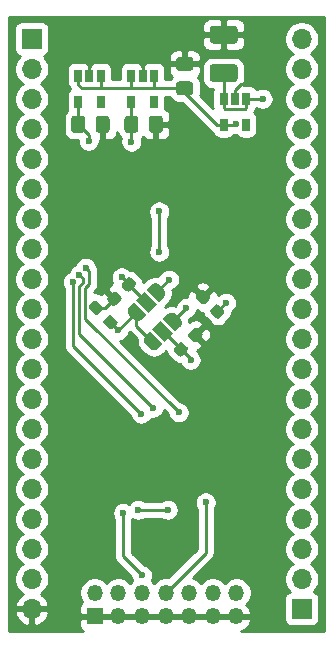
<source format=gbr>
G04 #@! TF.GenerationSoftware,KiCad,Pcbnew,(5.1.9-0-10_14)*
G04 #@! TF.CreationDate,2021-04-24T14:40:39+02:00*
G04 #@! TF.ProjectId,xilinx-cpld-breakout,78696c69-6e78-42d6-9370-6c642d627265,rev?*
G04 #@! TF.SameCoordinates,Original*
G04 #@! TF.FileFunction,Copper,L2,Bot*
G04 #@! TF.FilePolarity,Positive*
%FSLAX46Y46*%
G04 Gerber Fmt 4.6, Leading zero omitted, Abs format (unit mm)*
G04 Created by KiCad (PCBNEW (5.1.9-0-10_14)) date 2021-04-24 14:40:39*
%MOMM*%
%LPD*%
G01*
G04 APERTURE LIST*
G04 #@! TA.AperFunction,ComponentPad*
%ADD10O,1.350000X1.350000*%
G04 #@! TD*
G04 #@! TA.AperFunction,ComponentPad*
%ADD11R,1.350000X1.350000*%
G04 #@! TD*
G04 #@! TA.AperFunction,ComponentPad*
%ADD12O,1.700000X1.700000*%
G04 #@! TD*
G04 #@! TA.AperFunction,ComponentPad*
%ADD13R,1.700000X1.700000*%
G04 #@! TD*
G04 #@! TA.AperFunction,SMDPad,CuDef*
%ADD14R,0.650000X1.060000*%
G04 #@! TD*
G04 #@! TA.AperFunction,SMDPad,CuDef*
%ADD15C,0.100000*%
G04 #@! TD*
G04 #@! TA.AperFunction,ViaPad*
%ADD16C,0.600000*%
G04 #@! TD*
G04 #@! TA.AperFunction,ViaPad*
%ADD17C,0.800000*%
G04 #@! TD*
G04 #@! TA.AperFunction,Conductor*
%ADD18C,0.250000*%
G04 #@! TD*
G04 #@! TA.AperFunction,Conductor*
%ADD19C,0.254000*%
G04 #@! TD*
G04 #@! TA.AperFunction,Conductor*
%ADD20C,0.100000*%
G04 #@! TD*
G04 APERTURE END LIST*
D10*
X113854000Y-157385000D03*
X113854000Y-159385000D03*
X111854000Y-157385000D03*
X111854000Y-159385000D03*
X109854000Y-157385000D03*
X109854000Y-159385000D03*
X107854000Y-157385000D03*
X107854000Y-159385000D03*
X105854000Y-157385000D03*
X105854000Y-159385000D03*
X103854000Y-157385000D03*
X103854000Y-159385000D03*
X101854000Y-157385000D03*
D11*
X101854000Y-159385000D03*
G04 #@! TA.AperFunction,SMDPad,CuDef*
G36*
G01*
X109368632Y-136230992D02*
X109704508Y-136566868D01*
G75*
G02*
X109704508Y-136902744I-167938J-167938D01*
G01*
X109280244Y-137327008D01*
G75*
G02*
X108944368Y-137327008I-167938J167938D01*
G01*
X108608492Y-136991132D01*
G75*
G02*
X108608492Y-136655256I167938J167938D01*
G01*
X109032756Y-136230992D01*
G75*
G02*
X109368632Y-136230992I167938J-167938D01*
G01*
G37*
G04 #@! TD.AperFunction*
G04 #@! TA.AperFunction,SMDPad,CuDef*
G36*
G01*
X110588392Y-135011232D02*
X110924268Y-135347108D01*
G75*
G02*
X110924268Y-135682984I-167938J-167938D01*
G01*
X110500004Y-136107248D01*
G75*
G02*
X110164128Y-136107248I-167938J167938D01*
G01*
X109828252Y-135771372D01*
G75*
G02*
X109828252Y-135435496I167938J167938D01*
G01*
X110252516Y-135011232D01*
G75*
G02*
X110588392Y-135011232I167938J-167938D01*
G01*
G37*
G04 #@! TD.AperFunction*
D12*
X119380000Y-110490000D03*
X119380000Y-113030000D03*
X119380000Y-115570000D03*
X119380000Y-118110000D03*
X119380000Y-120650000D03*
X119380000Y-123190000D03*
X119380000Y-125730000D03*
X119380000Y-128270000D03*
X119380000Y-130810000D03*
X119380000Y-133350000D03*
X119380000Y-135890000D03*
X119380000Y-138430000D03*
X119380000Y-140970000D03*
X119380000Y-143510000D03*
X119380000Y-146050000D03*
X119380000Y-148590000D03*
X119380000Y-151130000D03*
X119380000Y-153670000D03*
X119380000Y-156210000D03*
D13*
X119380000Y-158750000D03*
D12*
X96520000Y-158750000D03*
X96520000Y-156210000D03*
X96520000Y-153670000D03*
X96520000Y-151130000D03*
X96520000Y-148590000D03*
X96520000Y-146050000D03*
X96520000Y-143510000D03*
X96520000Y-140970000D03*
X96520000Y-138430000D03*
X96520000Y-135890000D03*
X96520000Y-133350000D03*
X96520000Y-130810000D03*
X96520000Y-128270000D03*
X96520000Y-125730000D03*
X96520000Y-123190000D03*
X96520000Y-120650000D03*
X96520000Y-118110000D03*
X96520000Y-115570000D03*
X96520000Y-113030000D03*
D13*
X96520000Y-110490000D03*
D14*
X104968000Y-115801500D03*
X106868000Y-115801500D03*
X106868000Y-113601500D03*
X105918000Y-113601500D03*
X104968000Y-113601500D03*
X100457000Y-115801500D03*
X102357000Y-115801500D03*
X102357000Y-113601500D03*
X101407000Y-113601500D03*
X100457000Y-113601500D03*
X112776000Y-117770000D03*
X114676000Y-117770000D03*
X114676000Y-115570000D03*
X113726000Y-115570000D03*
X112776000Y-115570000D03*
G04 #@! TA.AperFunction,SMDPad,CuDef*
D15*
G36*
X107455723Y-134371117D02*
G01*
X108516383Y-135431777D01*
X107809277Y-136138883D01*
X106748617Y-135078223D01*
X107455723Y-134371117D01*
G37*
G04 #@! TD.AperFunction*
G04 #@! TA.AperFunction,SMDPad,CuDef*
G36*
X107243165Y-136704143D02*
G01*
X107225817Y-136721492D01*
X107187887Y-136752619D01*
X107147089Y-136779880D01*
X107103815Y-136803010D01*
X107058483Y-136821788D01*
X107011528Y-136836031D01*
X106963403Y-136845604D01*
X106914572Y-136850413D01*
X106865503Y-136850413D01*
X106816673Y-136845604D01*
X106768548Y-136836031D01*
X106721593Y-136821788D01*
X106676260Y-136803010D01*
X106632986Y-136779880D01*
X106592188Y-136752619D01*
X106554258Y-136721492D01*
X106536910Y-136704143D01*
X106536484Y-136704569D01*
X106182931Y-136351016D01*
X106183357Y-136350590D01*
X106166008Y-136333242D01*
X106134881Y-136295312D01*
X106107620Y-136254514D01*
X106084490Y-136211240D01*
X106065712Y-136165907D01*
X106051469Y-136118952D01*
X106041896Y-136070827D01*
X106037087Y-136021997D01*
X106037087Y-135972928D01*
X106041896Y-135924097D01*
X106051469Y-135875972D01*
X106065712Y-135829017D01*
X106084490Y-135783685D01*
X106107620Y-135740411D01*
X106134881Y-135699613D01*
X106166008Y-135661683D01*
X106183357Y-135644335D01*
X106182931Y-135643909D01*
X106571840Y-135255000D01*
X107632500Y-136315660D01*
X107243591Y-136704569D01*
X107243165Y-136704143D01*
G37*
G04 #@! TD.AperFunction*
G04 #@! TA.AperFunction,SMDPad,CuDef*
G36*
X107632500Y-134194340D02*
G01*
X108021409Y-133805431D01*
X108021835Y-133805857D01*
X108039183Y-133788508D01*
X108077113Y-133757381D01*
X108117911Y-133730120D01*
X108161185Y-133706990D01*
X108206517Y-133688212D01*
X108253472Y-133673969D01*
X108301597Y-133664396D01*
X108350428Y-133659587D01*
X108399497Y-133659587D01*
X108448327Y-133664396D01*
X108496452Y-133673969D01*
X108543407Y-133688212D01*
X108588740Y-133706990D01*
X108632014Y-133730120D01*
X108672812Y-133757381D01*
X108710742Y-133788508D01*
X108728090Y-133805857D01*
X108728516Y-133805431D01*
X109082069Y-134158984D01*
X109081643Y-134159410D01*
X109098992Y-134176758D01*
X109130119Y-134214688D01*
X109157380Y-134255486D01*
X109180510Y-134298760D01*
X109199288Y-134344093D01*
X109213531Y-134391048D01*
X109223104Y-134439173D01*
X109227913Y-134488003D01*
X109227913Y-134537072D01*
X109223104Y-134585903D01*
X109213531Y-134634028D01*
X109199288Y-134680983D01*
X109180510Y-134726315D01*
X109157380Y-134769589D01*
X109130119Y-134810387D01*
X109098992Y-134848317D01*
X109081643Y-134865665D01*
X109082069Y-134866091D01*
X108693160Y-135255000D01*
X107632500Y-134194340D01*
G37*
G04 #@! TD.AperFunction*
G04 #@! TA.AperFunction,SMDPad,CuDef*
G36*
X106058723Y-131894617D02*
G01*
X107119383Y-132955277D01*
X106412277Y-133662383D01*
X105351617Y-132601723D01*
X106058723Y-131894617D01*
G37*
G04 #@! TD.AperFunction*
G04 #@! TA.AperFunction,SMDPad,CuDef*
G36*
X105846165Y-134227643D02*
G01*
X105828817Y-134244992D01*
X105790887Y-134276119D01*
X105750089Y-134303380D01*
X105706815Y-134326510D01*
X105661483Y-134345288D01*
X105614528Y-134359531D01*
X105566403Y-134369104D01*
X105517572Y-134373913D01*
X105468503Y-134373913D01*
X105419673Y-134369104D01*
X105371548Y-134359531D01*
X105324593Y-134345288D01*
X105279260Y-134326510D01*
X105235986Y-134303380D01*
X105195188Y-134276119D01*
X105157258Y-134244992D01*
X105139910Y-134227643D01*
X105139484Y-134228069D01*
X104785931Y-133874516D01*
X104786357Y-133874090D01*
X104769008Y-133856742D01*
X104737881Y-133818812D01*
X104710620Y-133778014D01*
X104687490Y-133734740D01*
X104668712Y-133689407D01*
X104654469Y-133642452D01*
X104644896Y-133594327D01*
X104640087Y-133545497D01*
X104640087Y-133496428D01*
X104644896Y-133447597D01*
X104654469Y-133399472D01*
X104668712Y-133352517D01*
X104687490Y-133307185D01*
X104710620Y-133263911D01*
X104737881Y-133223113D01*
X104769008Y-133185183D01*
X104786357Y-133167835D01*
X104785931Y-133167409D01*
X105174840Y-132778500D01*
X106235500Y-133839160D01*
X105846591Y-134228069D01*
X105846165Y-134227643D01*
G37*
G04 #@! TD.AperFunction*
G04 #@! TA.AperFunction,SMDPad,CuDef*
G36*
X106235500Y-131717840D02*
G01*
X106624409Y-131328931D01*
X106624835Y-131329357D01*
X106642183Y-131312008D01*
X106680113Y-131280881D01*
X106720911Y-131253620D01*
X106764185Y-131230490D01*
X106809517Y-131211712D01*
X106856472Y-131197469D01*
X106904597Y-131187896D01*
X106953428Y-131183087D01*
X107002497Y-131183087D01*
X107051327Y-131187896D01*
X107099452Y-131197469D01*
X107146407Y-131211712D01*
X107191740Y-131230490D01*
X107235014Y-131253620D01*
X107275812Y-131280881D01*
X107313742Y-131312008D01*
X107331090Y-131329357D01*
X107331516Y-131328931D01*
X107685069Y-131682484D01*
X107684643Y-131682910D01*
X107701992Y-131700258D01*
X107733119Y-131738188D01*
X107760380Y-131778986D01*
X107783510Y-131822260D01*
X107802288Y-131867593D01*
X107816531Y-131914548D01*
X107826104Y-131962673D01*
X107830913Y-132011503D01*
X107830913Y-132060572D01*
X107826104Y-132109403D01*
X107816531Y-132157528D01*
X107802288Y-132204483D01*
X107783510Y-132249815D01*
X107760380Y-132293089D01*
X107733119Y-132333887D01*
X107701992Y-132371817D01*
X107684643Y-132389165D01*
X107685069Y-132389591D01*
X107296160Y-132778500D01*
X106235500Y-131717840D01*
G37*
G04 #@! TD.AperFunction*
G04 #@! TA.AperFunction,SMDPad,CuDef*
G36*
G01*
X106453000Y-118204000D02*
X106453000Y-117254000D01*
G75*
G02*
X106703000Y-117004000I250000J0D01*
G01*
X107378000Y-117004000D01*
G75*
G02*
X107628000Y-117254000I0J-250000D01*
G01*
X107628000Y-118204000D01*
G75*
G02*
X107378000Y-118454000I-250000J0D01*
G01*
X106703000Y-118454000D01*
G75*
G02*
X106453000Y-118204000I0J250000D01*
G01*
G37*
G04 #@! TD.AperFunction*
G04 #@! TA.AperFunction,SMDPad,CuDef*
G36*
G01*
X104378000Y-118204000D02*
X104378000Y-117254000D01*
G75*
G02*
X104628000Y-117004000I250000J0D01*
G01*
X105303000Y-117004000D01*
G75*
G02*
X105553000Y-117254000I0J-250000D01*
G01*
X105553000Y-118204000D01*
G75*
G02*
X105303000Y-118454000I-250000J0D01*
G01*
X104628000Y-118454000D01*
G75*
G02*
X104378000Y-118204000I0J250000D01*
G01*
G37*
G04 #@! TD.AperFunction*
G04 #@! TA.AperFunction,SMDPad,CuDef*
G36*
G01*
X101944500Y-118204000D02*
X101944500Y-117254000D01*
G75*
G02*
X102194500Y-117004000I250000J0D01*
G01*
X102869500Y-117004000D01*
G75*
G02*
X103119500Y-117254000I0J-250000D01*
G01*
X103119500Y-118204000D01*
G75*
G02*
X102869500Y-118454000I-250000J0D01*
G01*
X102194500Y-118454000D01*
G75*
G02*
X101944500Y-118204000I0J250000D01*
G01*
G37*
G04 #@! TD.AperFunction*
G04 #@! TA.AperFunction,SMDPad,CuDef*
G36*
G01*
X99869500Y-118204000D02*
X99869500Y-117254000D01*
G75*
G02*
X100119500Y-117004000I250000J0D01*
G01*
X100794500Y-117004000D01*
G75*
G02*
X101044500Y-117254000I0J-250000D01*
G01*
X101044500Y-118204000D01*
G75*
G02*
X100794500Y-118454000I-250000J0D01*
G01*
X100119500Y-118454000D01*
G75*
G02*
X99869500Y-118204000I0J250000D01*
G01*
G37*
G04 #@! TD.AperFunction*
G04 #@! TA.AperFunction,SMDPad,CuDef*
G36*
G01*
X109949000Y-113193500D02*
X108999000Y-113193500D01*
G75*
G02*
X108749000Y-112943500I0J250000D01*
G01*
X108749000Y-112268500D01*
G75*
G02*
X108999000Y-112018500I250000J0D01*
G01*
X109949000Y-112018500D01*
G75*
G02*
X110199000Y-112268500I0J-250000D01*
G01*
X110199000Y-112943500D01*
G75*
G02*
X109949000Y-113193500I-250000J0D01*
G01*
G37*
G04 #@! TD.AperFunction*
G04 #@! TA.AperFunction,SMDPad,CuDef*
G36*
G01*
X109949000Y-115268500D02*
X108999000Y-115268500D01*
G75*
G02*
X108749000Y-115018500I0J250000D01*
G01*
X108749000Y-114343500D01*
G75*
G02*
X108999000Y-114093500I250000J0D01*
G01*
X109949000Y-114093500D01*
G75*
G02*
X110199000Y-114343500I0J-250000D01*
G01*
X110199000Y-115018500D01*
G75*
G02*
X109949000Y-115268500I-250000J0D01*
G01*
G37*
G04 #@! TD.AperFunction*
G04 #@! TA.AperFunction,SMDPad,CuDef*
G36*
G01*
X113701000Y-110885000D02*
X111851000Y-110885000D01*
G75*
G02*
X111601000Y-110635000I0J250000D01*
G01*
X111601000Y-109635000D01*
G75*
G02*
X111851000Y-109385000I250000J0D01*
G01*
X113701000Y-109385000D01*
G75*
G02*
X113951000Y-109635000I0J-250000D01*
G01*
X113951000Y-110635000D01*
G75*
G02*
X113701000Y-110885000I-250000J0D01*
G01*
G37*
G04 #@! TD.AperFunction*
G04 #@! TA.AperFunction,SMDPad,CuDef*
G36*
G01*
X113701000Y-114135000D02*
X111851000Y-114135000D01*
G75*
G02*
X111601000Y-113885000I0J250000D01*
G01*
X111601000Y-112885000D01*
G75*
G02*
X111851000Y-112635000I250000J0D01*
G01*
X113701000Y-112635000D01*
G75*
G02*
X113951000Y-112885000I0J-250000D01*
G01*
X113951000Y-113885000D01*
G75*
G02*
X113701000Y-114135000I-250000J0D01*
G01*
G37*
G04 #@! TD.AperFunction*
G04 #@! TA.AperFunction,SMDPad,CuDef*
G36*
G01*
X104537748Y-131827628D02*
X104201872Y-131491752D01*
G75*
G02*
X104201872Y-131155876I167938J167938D01*
G01*
X104626136Y-130731612D01*
G75*
G02*
X104962012Y-130731612I167938J-167938D01*
G01*
X105297888Y-131067488D01*
G75*
G02*
X105297888Y-131403364I-167938J-167938D01*
G01*
X104873624Y-131827628D01*
G75*
G02*
X104537748Y-131827628I-167938J167938D01*
G01*
G37*
G04 #@! TD.AperFunction*
G04 #@! TA.AperFunction,SMDPad,CuDef*
G36*
G01*
X103317988Y-133047388D02*
X102982112Y-132711512D01*
G75*
G02*
X102982112Y-132375636I167938J167938D01*
G01*
X103406376Y-131951372D01*
G75*
G02*
X103742252Y-131951372I167938J-167938D01*
G01*
X104078128Y-132287248D01*
G75*
G02*
X104078128Y-132623124I-167938J-167938D01*
G01*
X103653864Y-133047388D01*
G75*
G02*
X103317988Y-133047388I-167938J167938D01*
G01*
G37*
G04 #@! TD.AperFunction*
G04 #@! TA.AperFunction,SMDPad,CuDef*
G36*
G01*
X102639492Y-134280868D02*
X102975368Y-133944992D01*
G75*
G02*
X103311244Y-133944992I167938J-167938D01*
G01*
X103735508Y-134369256D01*
G75*
G02*
X103735508Y-134705132I-167938J-167938D01*
G01*
X103399632Y-135041008D01*
G75*
G02*
X103063756Y-135041008I-167938J167938D01*
G01*
X102639492Y-134616744D01*
G75*
G02*
X102639492Y-134280868I167938J167938D01*
G01*
G37*
G04 #@! TD.AperFunction*
G04 #@! TA.AperFunction,SMDPad,CuDef*
G36*
G01*
X101419732Y-133061108D02*
X101755608Y-132725232D01*
G75*
G02*
X102091484Y-132725232I167938J-167938D01*
G01*
X102515748Y-133149496D01*
G75*
G02*
X102515748Y-133485372I-167938J-167938D01*
G01*
X102179872Y-133821248D01*
G75*
G02*
X101843996Y-133821248I-167938J167938D01*
G01*
X101419732Y-133396984D01*
G75*
G02*
X101419732Y-133061108I167938J167938D01*
G01*
G37*
G04 #@! TD.AperFunction*
G04 #@! TA.AperFunction,SMDPad,CuDef*
G36*
G01*
X111694872Y-133366748D02*
X112030748Y-133030872D01*
G75*
G02*
X112366624Y-133030872I167938J-167938D01*
G01*
X112790888Y-133455136D01*
G75*
G02*
X112790888Y-133791012I-167938J-167938D01*
G01*
X112455012Y-134126888D01*
G75*
G02*
X112119136Y-134126888I-167938J167938D01*
G01*
X111694872Y-133702624D01*
G75*
G02*
X111694872Y-133366748I167938J167938D01*
G01*
G37*
G04 #@! TD.AperFunction*
G04 #@! TA.AperFunction,SMDPad,CuDef*
G36*
G01*
X110475112Y-132146988D02*
X110810988Y-131811112D01*
G75*
G02*
X111146864Y-131811112I167938J-167938D01*
G01*
X111571128Y-132235376D01*
G75*
G02*
X111571128Y-132571252I-167938J-167938D01*
G01*
X111235252Y-132907128D01*
G75*
G02*
X110899376Y-132907128I-167938J167938D01*
G01*
X110475112Y-132482864D01*
G75*
G02*
X110475112Y-132146988I167938J167938D01*
G01*
G37*
G04 #@! TD.AperFunction*
D16*
X104965500Y-119189500D03*
X112966500Y-132842000D03*
X109601000Y-133286500D03*
X108140500Y-130873500D03*
X108049990Y-150368000D03*
X105537000Y-150368000D03*
X105410000Y-153987500D03*
X103949500Y-127127000D03*
X105156000Y-136144000D03*
D17*
X108774990Y-138430000D03*
D16*
X107315000Y-128524000D03*
X107315000Y-125095000D03*
X103865879Y-135171379D03*
X101346000Y-119126000D03*
X104140000Y-130683000D03*
X109982000Y-137668000D03*
X100012500Y-131064000D03*
X105854000Y-155896000D03*
X104267000Y-150622000D03*
X105791000Y-142240000D03*
X111252000Y-149733000D03*
X101092000Y-129857500D03*
X108966000Y-142113000D03*
X100565195Y-130459563D03*
X106799990Y-141732000D03*
X116078000Y-115570000D03*
X113792000Y-117729000D03*
D18*
X104968000Y-117726500D02*
X104965500Y-117729000D01*
X104968000Y-115801500D02*
X104968000Y-117726500D01*
X104965500Y-117729000D02*
X104965500Y-119189500D01*
X112242880Y-133565620D02*
X112966500Y-132842000D01*
X112242880Y-133578880D02*
X112242880Y-133565620D01*
X108551739Y-134335761D02*
X109601000Y-133286500D01*
X107154739Y-131859261D02*
X108140500Y-130873500D01*
X108049990Y-150368000D02*
X105537000Y-150368000D01*
X113726000Y-114790000D02*
X114216000Y-114300000D01*
X113726000Y-115570000D02*
X113726000Y-114790000D01*
X114216000Y-114300000D02*
X114935000Y-114300000D01*
X105918000Y-113601500D02*
X105918000Y-111887000D01*
X101407000Y-113601500D02*
X101407000Y-112080000D01*
X102756260Y-133273240D02*
X103530120Y-132499380D01*
X101967740Y-133273240D02*
X102756260Y-133273240D01*
X100457000Y-115801500D02*
X100457000Y-117729000D01*
X107315000Y-128524000D02*
X107315000Y-125095000D01*
X103865879Y-135171379D02*
X103187500Y-134493000D01*
X103865879Y-135148121D02*
X105316261Y-133697739D01*
X103865879Y-135171379D02*
X103865879Y-135148121D01*
X105316261Y-134777239D02*
X106713261Y-136174239D01*
X105316261Y-133697739D02*
X105316261Y-134777239D01*
X101346000Y-118618000D02*
X100457000Y-117729000D01*
X101346000Y-119126000D02*
X101346000Y-118618000D01*
X104153260Y-130683000D02*
X104749880Y-131279620D01*
X104140000Y-130683000D02*
X104153260Y-130683000D01*
X104749880Y-131292880D02*
X106235500Y-132778500D01*
X104749880Y-131279620D02*
X104749880Y-131292880D01*
X109982000Y-137604500D02*
X109156500Y-136779000D01*
X109982000Y-137668000D02*
X109982000Y-137604500D01*
X109156500Y-136779000D02*
X107632500Y-135255000D01*
X105854000Y-155896000D02*
X104267000Y-154309000D01*
X104267000Y-154309000D02*
X104267000Y-150622000D01*
X100012500Y-136461500D02*
X100012500Y-136334500D01*
X105791000Y-142240000D02*
X100012500Y-136461500D01*
X100012500Y-136334500D02*
X100012500Y-136497502D01*
X100012500Y-131064000D02*
X100012500Y-136334500D01*
X107854000Y-157385000D02*
X111252000Y-153987000D01*
X111252000Y-153987000D02*
X111252000Y-149733000D01*
X101391999Y-130157499D02*
X101092000Y-129857500D01*
X101391999Y-131245913D02*
X101391999Y-130157499D01*
X101025160Y-131612752D02*
X101391999Y-131245913D01*
X101025160Y-134172160D02*
X101025160Y-131612752D01*
X108966000Y-142113000D02*
X101025160Y-134172160D01*
X100565195Y-130459563D02*
X100690441Y-130584809D01*
X100565195Y-135497205D02*
X106799990Y-141732000D01*
X100565195Y-130459563D02*
X100865194Y-130759562D01*
X100865194Y-130759562D02*
X100865194Y-131136308D01*
X100865194Y-131136308D02*
X100565195Y-131436307D01*
X100565195Y-131436307D02*
X100565195Y-135497205D01*
X112776000Y-115570000D02*
X112776000Y-113385000D01*
X114676000Y-116350000D02*
X114676000Y-115570000D01*
X114600999Y-116425001D02*
X114676000Y-116350000D01*
X112851001Y-116425001D02*
X114600999Y-116425001D01*
X112776000Y-116350000D02*
X112851001Y-116425001D01*
X112776000Y-115570000D02*
X112776000Y-116350000D01*
X114676000Y-115570000D02*
X116078000Y-115570000D01*
X100756500Y-114681000D02*
X100457000Y-114381500D01*
X100457000Y-114381500D02*
X100457000Y-113601500D01*
X102357000Y-114549000D02*
X102489000Y-114681000D01*
X102489000Y-114681000D02*
X100756500Y-114681000D01*
X102357000Y-113601500D02*
X102357000Y-114549000D01*
X104968000Y-113601500D02*
X104968000Y-114620000D01*
X105029000Y-114681000D02*
X102489000Y-114681000D01*
X104968000Y-114620000D02*
X105029000Y-114681000D01*
X106868000Y-114615000D02*
X106934000Y-114681000D01*
X106868000Y-113601500D02*
X106868000Y-114615000D01*
X106934000Y-114681000D02*
X105029000Y-114681000D01*
X109474000Y-114681000D02*
X106934000Y-114681000D01*
X113751000Y-117770000D02*
X113792000Y-117729000D01*
X112776000Y-117770000D02*
X113751000Y-117770000D01*
X109474000Y-115043000D02*
X109474000Y-114681000D01*
X112201000Y-117770000D02*
X109474000Y-115043000D01*
X112776000Y-117770000D02*
X112201000Y-117770000D01*
D19*
X121260001Y-160630000D02*
X114258936Y-160630000D01*
X114284528Y-160622238D01*
X114517629Y-160514473D01*
X114725227Y-160363303D01*
X114899344Y-160174537D01*
X115033289Y-159955430D01*
X115121915Y-159714401D01*
X114999085Y-159512000D01*
X113981000Y-159512000D01*
X113981000Y-159532000D01*
X113727000Y-159532000D01*
X113727000Y-159512000D01*
X111981000Y-159512000D01*
X111981000Y-159532000D01*
X111727000Y-159532000D01*
X111727000Y-159512000D01*
X109981000Y-159512000D01*
X109981000Y-159532000D01*
X109727000Y-159532000D01*
X109727000Y-159512000D01*
X107981000Y-159512000D01*
X107981000Y-159532000D01*
X107727000Y-159532000D01*
X107727000Y-159512000D01*
X105981000Y-159512000D01*
X105981000Y-159532000D01*
X105727000Y-159532000D01*
X105727000Y-159512000D01*
X103981000Y-159512000D01*
X103981000Y-159532000D01*
X103727000Y-159532000D01*
X103727000Y-159512000D01*
X101981000Y-159512000D01*
X101981000Y-159532000D01*
X101727000Y-159532000D01*
X101727000Y-159512000D01*
X100702750Y-159512000D01*
X100544000Y-159670750D01*
X100540928Y-160060000D01*
X100553188Y-160184482D01*
X100589498Y-160304180D01*
X100648463Y-160414494D01*
X100727815Y-160511185D01*
X100824506Y-160590537D01*
X100898335Y-160630000D01*
X94640000Y-160630000D01*
X94640000Y-159106890D01*
X95078524Y-159106890D01*
X95123175Y-159254099D01*
X95248359Y-159516920D01*
X95422412Y-159750269D01*
X95638645Y-159945178D01*
X95888748Y-160094157D01*
X96163109Y-160191481D01*
X96393000Y-160070814D01*
X96393000Y-158877000D01*
X96647000Y-158877000D01*
X96647000Y-160070814D01*
X96876891Y-160191481D01*
X97151252Y-160094157D01*
X97401355Y-159945178D01*
X97617588Y-159750269D01*
X97791641Y-159516920D01*
X97916825Y-159254099D01*
X97961476Y-159106890D01*
X97840155Y-158877000D01*
X96647000Y-158877000D01*
X96393000Y-158877000D01*
X95199845Y-158877000D01*
X95078524Y-159106890D01*
X94640000Y-159106890D01*
X94640000Y-158710000D01*
X100540928Y-158710000D01*
X100544000Y-159099250D01*
X100702750Y-159258000D01*
X101727000Y-159258000D01*
X101727000Y-159238000D01*
X101981000Y-159238000D01*
X101981000Y-159258000D01*
X103727000Y-159258000D01*
X103727000Y-159238000D01*
X103981000Y-159238000D01*
X103981000Y-159258000D01*
X105727000Y-159258000D01*
X105727000Y-159238000D01*
X105981000Y-159238000D01*
X105981000Y-159258000D01*
X107727000Y-159258000D01*
X107727000Y-159238000D01*
X107981000Y-159238000D01*
X107981000Y-159258000D01*
X109727000Y-159258000D01*
X109727000Y-159238000D01*
X109981000Y-159238000D01*
X109981000Y-159258000D01*
X111727000Y-159258000D01*
X111727000Y-159238000D01*
X111981000Y-159238000D01*
X111981000Y-159258000D01*
X113727000Y-159258000D01*
X113727000Y-159238000D01*
X113981000Y-159238000D01*
X113981000Y-159258000D01*
X114999085Y-159258000D01*
X115121915Y-159055599D01*
X115033289Y-158814570D01*
X114899344Y-158595463D01*
X114725227Y-158406697D01*
X114701906Y-158389715D01*
X114871544Y-158220077D01*
X115014907Y-158005518D01*
X115058614Y-157900000D01*
X117891928Y-157900000D01*
X117891928Y-159600000D01*
X117904188Y-159724482D01*
X117940498Y-159844180D01*
X117999463Y-159954494D01*
X118078815Y-160051185D01*
X118175506Y-160130537D01*
X118285820Y-160189502D01*
X118405518Y-160225812D01*
X118530000Y-160238072D01*
X120230000Y-160238072D01*
X120354482Y-160225812D01*
X120474180Y-160189502D01*
X120584494Y-160130537D01*
X120681185Y-160051185D01*
X120760537Y-159954494D01*
X120819502Y-159844180D01*
X120855812Y-159724482D01*
X120868072Y-159600000D01*
X120868072Y-157900000D01*
X120855812Y-157775518D01*
X120819502Y-157655820D01*
X120760537Y-157545506D01*
X120681185Y-157448815D01*
X120584494Y-157369463D01*
X120474180Y-157310498D01*
X120401620Y-157288487D01*
X120533475Y-157156632D01*
X120695990Y-156913411D01*
X120807932Y-156643158D01*
X120865000Y-156356260D01*
X120865000Y-156063740D01*
X120807932Y-155776842D01*
X120695990Y-155506589D01*
X120533475Y-155263368D01*
X120326632Y-155056525D01*
X120152240Y-154940000D01*
X120326632Y-154823475D01*
X120533475Y-154616632D01*
X120695990Y-154373411D01*
X120807932Y-154103158D01*
X120865000Y-153816260D01*
X120865000Y-153523740D01*
X120807932Y-153236842D01*
X120695990Y-152966589D01*
X120533475Y-152723368D01*
X120326632Y-152516525D01*
X120152240Y-152400000D01*
X120326632Y-152283475D01*
X120533475Y-152076632D01*
X120695990Y-151833411D01*
X120807932Y-151563158D01*
X120865000Y-151276260D01*
X120865000Y-150983740D01*
X120807932Y-150696842D01*
X120695990Y-150426589D01*
X120533475Y-150183368D01*
X120326632Y-149976525D01*
X120152240Y-149860000D01*
X120326632Y-149743475D01*
X120533475Y-149536632D01*
X120695990Y-149293411D01*
X120807932Y-149023158D01*
X120865000Y-148736260D01*
X120865000Y-148443740D01*
X120807932Y-148156842D01*
X120695990Y-147886589D01*
X120533475Y-147643368D01*
X120326632Y-147436525D01*
X120152240Y-147320000D01*
X120326632Y-147203475D01*
X120533475Y-146996632D01*
X120695990Y-146753411D01*
X120807932Y-146483158D01*
X120865000Y-146196260D01*
X120865000Y-145903740D01*
X120807932Y-145616842D01*
X120695990Y-145346589D01*
X120533475Y-145103368D01*
X120326632Y-144896525D01*
X120152240Y-144780000D01*
X120326632Y-144663475D01*
X120533475Y-144456632D01*
X120695990Y-144213411D01*
X120807932Y-143943158D01*
X120865000Y-143656260D01*
X120865000Y-143363740D01*
X120807932Y-143076842D01*
X120695990Y-142806589D01*
X120533475Y-142563368D01*
X120326632Y-142356525D01*
X120152240Y-142240000D01*
X120326632Y-142123475D01*
X120533475Y-141916632D01*
X120695990Y-141673411D01*
X120807932Y-141403158D01*
X120865000Y-141116260D01*
X120865000Y-140823740D01*
X120807932Y-140536842D01*
X120695990Y-140266589D01*
X120533475Y-140023368D01*
X120326632Y-139816525D01*
X120152240Y-139700000D01*
X120326632Y-139583475D01*
X120533475Y-139376632D01*
X120695990Y-139133411D01*
X120807932Y-138863158D01*
X120865000Y-138576260D01*
X120865000Y-138283740D01*
X120807932Y-137996842D01*
X120695990Y-137726589D01*
X120533475Y-137483368D01*
X120326632Y-137276525D01*
X120152240Y-137160000D01*
X120326632Y-137043475D01*
X120533475Y-136836632D01*
X120695990Y-136593411D01*
X120807932Y-136323158D01*
X120865000Y-136036260D01*
X120865000Y-135743740D01*
X120807932Y-135456842D01*
X120695990Y-135186589D01*
X120533475Y-134943368D01*
X120326632Y-134736525D01*
X120152240Y-134620000D01*
X120326632Y-134503475D01*
X120533475Y-134296632D01*
X120695990Y-134053411D01*
X120807932Y-133783158D01*
X120865000Y-133496260D01*
X120865000Y-133203740D01*
X120807932Y-132916842D01*
X120695990Y-132646589D01*
X120533475Y-132403368D01*
X120326632Y-132196525D01*
X120152240Y-132080000D01*
X120326632Y-131963475D01*
X120533475Y-131756632D01*
X120695990Y-131513411D01*
X120807932Y-131243158D01*
X120865000Y-130956260D01*
X120865000Y-130663740D01*
X120807932Y-130376842D01*
X120695990Y-130106589D01*
X120533475Y-129863368D01*
X120326632Y-129656525D01*
X120152240Y-129540000D01*
X120326632Y-129423475D01*
X120533475Y-129216632D01*
X120695990Y-128973411D01*
X120807932Y-128703158D01*
X120865000Y-128416260D01*
X120865000Y-128123740D01*
X120807932Y-127836842D01*
X120695990Y-127566589D01*
X120533475Y-127323368D01*
X120326632Y-127116525D01*
X120152240Y-127000000D01*
X120326632Y-126883475D01*
X120533475Y-126676632D01*
X120695990Y-126433411D01*
X120807932Y-126163158D01*
X120865000Y-125876260D01*
X120865000Y-125583740D01*
X120807932Y-125296842D01*
X120695990Y-125026589D01*
X120533475Y-124783368D01*
X120326632Y-124576525D01*
X120152240Y-124460000D01*
X120326632Y-124343475D01*
X120533475Y-124136632D01*
X120695990Y-123893411D01*
X120807932Y-123623158D01*
X120865000Y-123336260D01*
X120865000Y-123043740D01*
X120807932Y-122756842D01*
X120695990Y-122486589D01*
X120533475Y-122243368D01*
X120326632Y-122036525D01*
X120152240Y-121920000D01*
X120326632Y-121803475D01*
X120533475Y-121596632D01*
X120695990Y-121353411D01*
X120807932Y-121083158D01*
X120865000Y-120796260D01*
X120865000Y-120503740D01*
X120807932Y-120216842D01*
X120695990Y-119946589D01*
X120533475Y-119703368D01*
X120326632Y-119496525D01*
X120152240Y-119380000D01*
X120326632Y-119263475D01*
X120533475Y-119056632D01*
X120695990Y-118813411D01*
X120807932Y-118543158D01*
X120865000Y-118256260D01*
X120865000Y-117963740D01*
X120807932Y-117676842D01*
X120695990Y-117406589D01*
X120533475Y-117163368D01*
X120326632Y-116956525D01*
X120152240Y-116840000D01*
X120326632Y-116723475D01*
X120533475Y-116516632D01*
X120695990Y-116273411D01*
X120807932Y-116003158D01*
X120865000Y-115716260D01*
X120865000Y-115423740D01*
X120807932Y-115136842D01*
X120695990Y-114866589D01*
X120533475Y-114623368D01*
X120326632Y-114416525D01*
X120152240Y-114300000D01*
X120326632Y-114183475D01*
X120533475Y-113976632D01*
X120695990Y-113733411D01*
X120807932Y-113463158D01*
X120865000Y-113176260D01*
X120865000Y-112883740D01*
X120807932Y-112596842D01*
X120695990Y-112326589D01*
X120533475Y-112083368D01*
X120326632Y-111876525D01*
X120152240Y-111760000D01*
X120326632Y-111643475D01*
X120533475Y-111436632D01*
X120695990Y-111193411D01*
X120807932Y-110923158D01*
X120865000Y-110636260D01*
X120865000Y-110343740D01*
X120807932Y-110056842D01*
X120695990Y-109786589D01*
X120533475Y-109543368D01*
X120326632Y-109336525D01*
X120083411Y-109174010D01*
X119813158Y-109062068D01*
X119526260Y-109005000D01*
X119233740Y-109005000D01*
X118946842Y-109062068D01*
X118676589Y-109174010D01*
X118433368Y-109336525D01*
X118226525Y-109543368D01*
X118064010Y-109786589D01*
X117952068Y-110056842D01*
X117895000Y-110343740D01*
X117895000Y-110636260D01*
X117952068Y-110923158D01*
X118064010Y-111193411D01*
X118226525Y-111436632D01*
X118433368Y-111643475D01*
X118607760Y-111760000D01*
X118433368Y-111876525D01*
X118226525Y-112083368D01*
X118064010Y-112326589D01*
X117952068Y-112596842D01*
X117895000Y-112883740D01*
X117895000Y-113176260D01*
X117952068Y-113463158D01*
X118064010Y-113733411D01*
X118226525Y-113976632D01*
X118433368Y-114183475D01*
X118607760Y-114300000D01*
X118433368Y-114416525D01*
X118226525Y-114623368D01*
X118064010Y-114866589D01*
X117952068Y-115136842D01*
X117895000Y-115423740D01*
X117895000Y-115716260D01*
X117952068Y-116003158D01*
X118064010Y-116273411D01*
X118226525Y-116516632D01*
X118433368Y-116723475D01*
X118607760Y-116840000D01*
X118433368Y-116956525D01*
X118226525Y-117163368D01*
X118064010Y-117406589D01*
X117952068Y-117676842D01*
X117895000Y-117963740D01*
X117895000Y-118256260D01*
X117952068Y-118543158D01*
X118064010Y-118813411D01*
X118226525Y-119056632D01*
X118433368Y-119263475D01*
X118607760Y-119380000D01*
X118433368Y-119496525D01*
X118226525Y-119703368D01*
X118064010Y-119946589D01*
X117952068Y-120216842D01*
X117895000Y-120503740D01*
X117895000Y-120796260D01*
X117952068Y-121083158D01*
X118064010Y-121353411D01*
X118226525Y-121596632D01*
X118433368Y-121803475D01*
X118607760Y-121920000D01*
X118433368Y-122036525D01*
X118226525Y-122243368D01*
X118064010Y-122486589D01*
X117952068Y-122756842D01*
X117895000Y-123043740D01*
X117895000Y-123336260D01*
X117952068Y-123623158D01*
X118064010Y-123893411D01*
X118226525Y-124136632D01*
X118433368Y-124343475D01*
X118607760Y-124460000D01*
X118433368Y-124576525D01*
X118226525Y-124783368D01*
X118064010Y-125026589D01*
X117952068Y-125296842D01*
X117895000Y-125583740D01*
X117895000Y-125876260D01*
X117952068Y-126163158D01*
X118064010Y-126433411D01*
X118226525Y-126676632D01*
X118433368Y-126883475D01*
X118607760Y-127000000D01*
X118433368Y-127116525D01*
X118226525Y-127323368D01*
X118064010Y-127566589D01*
X117952068Y-127836842D01*
X117895000Y-128123740D01*
X117895000Y-128416260D01*
X117952068Y-128703158D01*
X118064010Y-128973411D01*
X118226525Y-129216632D01*
X118433368Y-129423475D01*
X118607760Y-129540000D01*
X118433368Y-129656525D01*
X118226525Y-129863368D01*
X118064010Y-130106589D01*
X117952068Y-130376842D01*
X117895000Y-130663740D01*
X117895000Y-130956260D01*
X117952068Y-131243158D01*
X118064010Y-131513411D01*
X118226525Y-131756632D01*
X118433368Y-131963475D01*
X118607760Y-132080000D01*
X118433368Y-132196525D01*
X118226525Y-132403368D01*
X118064010Y-132646589D01*
X117952068Y-132916842D01*
X117895000Y-133203740D01*
X117895000Y-133496260D01*
X117952068Y-133783158D01*
X118064010Y-134053411D01*
X118226525Y-134296632D01*
X118433368Y-134503475D01*
X118607760Y-134620000D01*
X118433368Y-134736525D01*
X118226525Y-134943368D01*
X118064010Y-135186589D01*
X117952068Y-135456842D01*
X117895000Y-135743740D01*
X117895000Y-136036260D01*
X117952068Y-136323158D01*
X118064010Y-136593411D01*
X118226525Y-136836632D01*
X118433368Y-137043475D01*
X118607760Y-137160000D01*
X118433368Y-137276525D01*
X118226525Y-137483368D01*
X118064010Y-137726589D01*
X117952068Y-137996842D01*
X117895000Y-138283740D01*
X117895000Y-138576260D01*
X117952068Y-138863158D01*
X118064010Y-139133411D01*
X118226525Y-139376632D01*
X118433368Y-139583475D01*
X118607760Y-139700000D01*
X118433368Y-139816525D01*
X118226525Y-140023368D01*
X118064010Y-140266589D01*
X117952068Y-140536842D01*
X117895000Y-140823740D01*
X117895000Y-141116260D01*
X117952068Y-141403158D01*
X118064010Y-141673411D01*
X118226525Y-141916632D01*
X118433368Y-142123475D01*
X118607760Y-142240000D01*
X118433368Y-142356525D01*
X118226525Y-142563368D01*
X118064010Y-142806589D01*
X117952068Y-143076842D01*
X117895000Y-143363740D01*
X117895000Y-143656260D01*
X117952068Y-143943158D01*
X118064010Y-144213411D01*
X118226525Y-144456632D01*
X118433368Y-144663475D01*
X118607760Y-144780000D01*
X118433368Y-144896525D01*
X118226525Y-145103368D01*
X118064010Y-145346589D01*
X117952068Y-145616842D01*
X117895000Y-145903740D01*
X117895000Y-146196260D01*
X117952068Y-146483158D01*
X118064010Y-146753411D01*
X118226525Y-146996632D01*
X118433368Y-147203475D01*
X118607760Y-147320000D01*
X118433368Y-147436525D01*
X118226525Y-147643368D01*
X118064010Y-147886589D01*
X117952068Y-148156842D01*
X117895000Y-148443740D01*
X117895000Y-148736260D01*
X117952068Y-149023158D01*
X118064010Y-149293411D01*
X118226525Y-149536632D01*
X118433368Y-149743475D01*
X118607760Y-149860000D01*
X118433368Y-149976525D01*
X118226525Y-150183368D01*
X118064010Y-150426589D01*
X117952068Y-150696842D01*
X117895000Y-150983740D01*
X117895000Y-151276260D01*
X117952068Y-151563158D01*
X118064010Y-151833411D01*
X118226525Y-152076632D01*
X118433368Y-152283475D01*
X118607760Y-152400000D01*
X118433368Y-152516525D01*
X118226525Y-152723368D01*
X118064010Y-152966589D01*
X117952068Y-153236842D01*
X117895000Y-153523740D01*
X117895000Y-153816260D01*
X117952068Y-154103158D01*
X118064010Y-154373411D01*
X118226525Y-154616632D01*
X118433368Y-154823475D01*
X118607760Y-154940000D01*
X118433368Y-155056525D01*
X118226525Y-155263368D01*
X118064010Y-155506589D01*
X117952068Y-155776842D01*
X117895000Y-156063740D01*
X117895000Y-156356260D01*
X117952068Y-156643158D01*
X118064010Y-156913411D01*
X118226525Y-157156632D01*
X118358380Y-157288487D01*
X118285820Y-157310498D01*
X118175506Y-157369463D01*
X118078815Y-157448815D01*
X117999463Y-157545506D01*
X117940498Y-157655820D01*
X117904188Y-157775518D01*
X117891928Y-157900000D01*
X115058614Y-157900000D01*
X115113658Y-157767113D01*
X115164000Y-157514024D01*
X115164000Y-157255976D01*
X115113658Y-157002887D01*
X115014907Y-156764482D01*
X114871544Y-156549923D01*
X114689077Y-156367456D01*
X114474518Y-156224093D01*
X114236113Y-156125342D01*
X113983024Y-156075000D01*
X113724976Y-156075000D01*
X113471887Y-156125342D01*
X113233482Y-156224093D01*
X113018923Y-156367456D01*
X112854000Y-156532379D01*
X112689077Y-156367456D01*
X112474518Y-156224093D01*
X112236113Y-156125342D01*
X111983024Y-156075000D01*
X111724976Y-156075000D01*
X111471887Y-156125342D01*
X111233482Y-156224093D01*
X111018923Y-156367456D01*
X110854000Y-156532379D01*
X110689077Y-156367456D01*
X110474518Y-156224093D01*
X110236113Y-156125342D01*
X110196366Y-156117436D01*
X111763004Y-154550798D01*
X111792001Y-154527001D01*
X111886974Y-154411276D01*
X111957546Y-154279247D01*
X112001003Y-154135986D01*
X112012000Y-154024333D01*
X112012000Y-154024325D01*
X112015676Y-153987000D01*
X112012000Y-153949675D01*
X112012000Y-150278535D01*
X112080586Y-150175889D01*
X112151068Y-150005729D01*
X112187000Y-149825089D01*
X112187000Y-149640911D01*
X112151068Y-149460271D01*
X112080586Y-149290111D01*
X111978262Y-149136972D01*
X111848028Y-149006738D01*
X111694889Y-148904414D01*
X111524729Y-148833932D01*
X111344089Y-148798000D01*
X111159911Y-148798000D01*
X110979271Y-148833932D01*
X110809111Y-148904414D01*
X110655972Y-149006738D01*
X110525738Y-149136972D01*
X110423414Y-149290111D01*
X110352932Y-149460271D01*
X110317000Y-149640911D01*
X110317000Y-149825089D01*
X110352932Y-150005729D01*
X110423414Y-150175889D01*
X110492001Y-150278537D01*
X110492000Y-153672198D01*
X108071583Y-156092615D01*
X107983024Y-156075000D01*
X107724976Y-156075000D01*
X107471887Y-156125342D01*
X107233482Y-156224093D01*
X107018923Y-156367456D01*
X106854000Y-156532379D01*
X106689077Y-156367456D01*
X106671393Y-156355640D01*
X106682586Y-156338889D01*
X106753068Y-156168729D01*
X106789000Y-155988089D01*
X106789000Y-155803911D01*
X106753068Y-155623271D01*
X106682586Y-155453111D01*
X106580262Y-155299972D01*
X106450028Y-155169738D01*
X106296889Y-155067414D01*
X106126729Y-154996932D01*
X106005649Y-154972847D01*
X105027000Y-153994199D01*
X105027000Y-151167535D01*
X105034295Y-151156618D01*
X105094111Y-151196586D01*
X105264271Y-151267068D01*
X105444911Y-151303000D01*
X105629089Y-151303000D01*
X105809729Y-151267068D01*
X105979889Y-151196586D01*
X106082535Y-151128000D01*
X107504455Y-151128000D01*
X107607101Y-151196586D01*
X107777261Y-151267068D01*
X107957901Y-151303000D01*
X108142079Y-151303000D01*
X108322719Y-151267068D01*
X108492879Y-151196586D01*
X108646018Y-151094262D01*
X108776252Y-150964028D01*
X108878576Y-150810889D01*
X108949058Y-150640729D01*
X108984990Y-150460089D01*
X108984990Y-150275911D01*
X108949058Y-150095271D01*
X108878576Y-149925111D01*
X108776252Y-149771972D01*
X108646018Y-149641738D01*
X108492879Y-149539414D01*
X108322719Y-149468932D01*
X108142079Y-149433000D01*
X107957901Y-149433000D01*
X107777261Y-149468932D01*
X107607101Y-149539414D01*
X107504455Y-149608000D01*
X106082535Y-149608000D01*
X105979889Y-149539414D01*
X105809729Y-149468932D01*
X105629089Y-149433000D01*
X105444911Y-149433000D01*
X105264271Y-149468932D01*
X105094111Y-149539414D01*
X104940972Y-149641738D01*
X104810738Y-149771972D01*
X104769705Y-149833382D01*
X104709889Y-149793414D01*
X104539729Y-149722932D01*
X104359089Y-149687000D01*
X104174911Y-149687000D01*
X103994271Y-149722932D01*
X103824111Y-149793414D01*
X103670972Y-149895738D01*
X103540738Y-150025972D01*
X103438414Y-150179111D01*
X103367932Y-150349271D01*
X103332000Y-150529911D01*
X103332000Y-150714089D01*
X103367932Y-150894729D01*
X103438414Y-151064889D01*
X103507001Y-151167537D01*
X103507000Y-154271677D01*
X103503324Y-154309000D01*
X103507000Y-154346322D01*
X103507000Y-154346332D01*
X103517997Y-154457985D01*
X103561454Y-154601246D01*
X103632026Y-154733276D01*
X103646307Y-154750677D01*
X103726999Y-154849001D01*
X103756003Y-154872804D01*
X104930847Y-156047649D01*
X104954932Y-156168729D01*
X105025414Y-156338889D01*
X105036607Y-156355640D01*
X105018923Y-156367456D01*
X104854000Y-156532379D01*
X104689077Y-156367456D01*
X104474518Y-156224093D01*
X104236113Y-156125342D01*
X103983024Y-156075000D01*
X103724976Y-156075000D01*
X103471887Y-156125342D01*
X103233482Y-156224093D01*
X103018923Y-156367456D01*
X102854000Y-156532379D01*
X102689077Y-156367456D01*
X102474518Y-156224093D01*
X102236113Y-156125342D01*
X101983024Y-156075000D01*
X101724976Y-156075000D01*
X101471887Y-156125342D01*
X101233482Y-156224093D01*
X101018923Y-156367456D01*
X100836456Y-156549923D01*
X100693093Y-156764482D01*
X100594342Y-157002887D01*
X100544000Y-157255976D01*
X100544000Y-157514024D01*
X100594342Y-157767113D01*
X100693093Y-158005518D01*
X100814697Y-158187513D01*
X100727815Y-158258815D01*
X100648463Y-158355506D01*
X100589498Y-158465820D01*
X100553188Y-158585518D01*
X100540928Y-158710000D01*
X94640000Y-158710000D01*
X94640000Y-109640000D01*
X95031928Y-109640000D01*
X95031928Y-111340000D01*
X95044188Y-111464482D01*
X95080498Y-111584180D01*
X95139463Y-111694494D01*
X95218815Y-111791185D01*
X95315506Y-111870537D01*
X95425820Y-111929502D01*
X95498380Y-111951513D01*
X95366525Y-112083368D01*
X95204010Y-112326589D01*
X95092068Y-112596842D01*
X95035000Y-112883740D01*
X95035000Y-113176260D01*
X95092068Y-113463158D01*
X95204010Y-113733411D01*
X95366525Y-113976632D01*
X95573368Y-114183475D01*
X95747760Y-114300000D01*
X95573368Y-114416525D01*
X95366525Y-114623368D01*
X95204010Y-114866589D01*
X95092068Y-115136842D01*
X95035000Y-115423740D01*
X95035000Y-115716260D01*
X95092068Y-116003158D01*
X95204010Y-116273411D01*
X95366525Y-116516632D01*
X95573368Y-116723475D01*
X95747760Y-116840000D01*
X95573368Y-116956525D01*
X95366525Y-117163368D01*
X95204010Y-117406589D01*
X95092068Y-117676842D01*
X95035000Y-117963740D01*
X95035000Y-118256260D01*
X95092068Y-118543158D01*
X95204010Y-118813411D01*
X95366525Y-119056632D01*
X95573368Y-119263475D01*
X95747760Y-119380000D01*
X95573368Y-119496525D01*
X95366525Y-119703368D01*
X95204010Y-119946589D01*
X95092068Y-120216842D01*
X95035000Y-120503740D01*
X95035000Y-120796260D01*
X95092068Y-121083158D01*
X95204010Y-121353411D01*
X95366525Y-121596632D01*
X95573368Y-121803475D01*
X95747760Y-121920000D01*
X95573368Y-122036525D01*
X95366525Y-122243368D01*
X95204010Y-122486589D01*
X95092068Y-122756842D01*
X95035000Y-123043740D01*
X95035000Y-123336260D01*
X95092068Y-123623158D01*
X95204010Y-123893411D01*
X95366525Y-124136632D01*
X95573368Y-124343475D01*
X95747760Y-124460000D01*
X95573368Y-124576525D01*
X95366525Y-124783368D01*
X95204010Y-125026589D01*
X95092068Y-125296842D01*
X95035000Y-125583740D01*
X95035000Y-125876260D01*
X95092068Y-126163158D01*
X95204010Y-126433411D01*
X95366525Y-126676632D01*
X95573368Y-126883475D01*
X95747760Y-127000000D01*
X95573368Y-127116525D01*
X95366525Y-127323368D01*
X95204010Y-127566589D01*
X95092068Y-127836842D01*
X95035000Y-128123740D01*
X95035000Y-128416260D01*
X95092068Y-128703158D01*
X95204010Y-128973411D01*
X95366525Y-129216632D01*
X95573368Y-129423475D01*
X95747760Y-129540000D01*
X95573368Y-129656525D01*
X95366525Y-129863368D01*
X95204010Y-130106589D01*
X95092068Y-130376842D01*
X95035000Y-130663740D01*
X95035000Y-130956260D01*
X95092068Y-131243158D01*
X95204010Y-131513411D01*
X95366525Y-131756632D01*
X95573368Y-131963475D01*
X95747760Y-132080000D01*
X95573368Y-132196525D01*
X95366525Y-132403368D01*
X95204010Y-132646589D01*
X95092068Y-132916842D01*
X95035000Y-133203740D01*
X95035000Y-133496260D01*
X95092068Y-133783158D01*
X95204010Y-134053411D01*
X95366525Y-134296632D01*
X95573368Y-134503475D01*
X95747760Y-134620000D01*
X95573368Y-134736525D01*
X95366525Y-134943368D01*
X95204010Y-135186589D01*
X95092068Y-135456842D01*
X95035000Y-135743740D01*
X95035000Y-136036260D01*
X95092068Y-136323158D01*
X95204010Y-136593411D01*
X95366525Y-136836632D01*
X95573368Y-137043475D01*
X95747760Y-137160000D01*
X95573368Y-137276525D01*
X95366525Y-137483368D01*
X95204010Y-137726589D01*
X95092068Y-137996842D01*
X95035000Y-138283740D01*
X95035000Y-138576260D01*
X95092068Y-138863158D01*
X95204010Y-139133411D01*
X95366525Y-139376632D01*
X95573368Y-139583475D01*
X95747760Y-139700000D01*
X95573368Y-139816525D01*
X95366525Y-140023368D01*
X95204010Y-140266589D01*
X95092068Y-140536842D01*
X95035000Y-140823740D01*
X95035000Y-141116260D01*
X95092068Y-141403158D01*
X95204010Y-141673411D01*
X95366525Y-141916632D01*
X95573368Y-142123475D01*
X95747760Y-142240000D01*
X95573368Y-142356525D01*
X95366525Y-142563368D01*
X95204010Y-142806589D01*
X95092068Y-143076842D01*
X95035000Y-143363740D01*
X95035000Y-143656260D01*
X95092068Y-143943158D01*
X95204010Y-144213411D01*
X95366525Y-144456632D01*
X95573368Y-144663475D01*
X95747760Y-144780000D01*
X95573368Y-144896525D01*
X95366525Y-145103368D01*
X95204010Y-145346589D01*
X95092068Y-145616842D01*
X95035000Y-145903740D01*
X95035000Y-146196260D01*
X95092068Y-146483158D01*
X95204010Y-146753411D01*
X95366525Y-146996632D01*
X95573368Y-147203475D01*
X95747760Y-147320000D01*
X95573368Y-147436525D01*
X95366525Y-147643368D01*
X95204010Y-147886589D01*
X95092068Y-148156842D01*
X95035000Y-148443740D01*
X95035000Y-148736260D01*
X95092068Y-149023158D01*
X95204010Y-149293411D01*
X95366525Y-149536632D01*
X95573368Y-149743475D01*
X95747760Y-149860000D01*
X95573368Y-149976525D01*
X95366525Y-150183368D01*
X95204010Y-150426589D01*
X95092068Y-150696842D01*
X95035000Y-150983740D01*
X95035000Y-151276260D01*
X95092068Y-151563158D01*
X95204010Y-151833411D01*
X95366525Y-152076632D01*
X95573368Y-152283475D01*
X95747760Y-152400000D01*
X95573368Y-152516525D01*
X95366525Y-152723368D01*
X95204010Y-152966589D01*
X95092068Y-153236842D01*
X95035000Y-153523740D01*
X95035000Y-153816260D01*
X95092068Y-154103158D01*
X95204010Y-154373411D01*
X95366525Y-154616632D01*
X95573368Y-154823475D01*
X95747760Y-154940000D01*
X95573368Y-155056525D01*
X95366525Y-155263368D01*
X95204010Y-155506589D01*
X95092068Y-155776842D01*
X95035000Y-156063740D01*
X95035000Y-156356260D01*
X95092068Y-156643158D01*
X95204010Y-156913411D01*
X95366525Y-157156632D01*
X95573368Y-157363475D01*
X95755534Y-157485195D01*
X95638645Y-157554822D01*
X95422412Y-157749731D01*
X95248359Y-157983080D01*
X95123175Y-158245901D01*
X95078524Y-158393110D01*
X95199845Y-158623000D01*
X96393000Y-158623000D01*
X96393000Y-158603000D01*
X96647000Y-158603000D01*
X96647000Y-158623000D01*
X97840155Y-158623000D01*
X97961476Y-158393110D01*
X97916825Y-158245901D01*
X97791641Y-157983080D01*
X97617588Y-157749731D01*
X97401355Y-157554822D01*
X97284466Y-157485195D01*
X97466632Y-157363475D01*
X97673475Y-157156632D01*
X97835990Y-156913411D01*
X97947932Y-156643158D01*
X98005000Y-156356260D01*
X98005000Y-156063740D01*
X97947932Y-155776842D01*
X97835990Y-155506589D01*
X97673475Y-155263368D01*
X97466632Y-155056525D01*
X97292240Y-154940000D01*
X97466632Y-154823475D01*
X97673475Y-154616632D01*
X97835990Y-154373411D01*
X97947932Y-154103158D01*
X98005000Y-153816260D01*
X98005000Y-153523740D01*
X97947932Y-153236842D01*
X97835990Y-152966589D01*
X97673475Y-152723368D01*
X97466632Y-152516525D01*
X97292240Y-152400000D01*
X97466632Y-152283475D01*
X97673475Y-152076632D01*
X97835990Y-151833411D01*
X97947932Y-151563158D01*
X98005000Y-151276260D01*
X98005000Y-150983740D01*
X97947932Y-150696842D01*
X97835990Y-150426589D01*
X97673475Y-150183368D01*
X97466632Y-149976525D01*
X97292240Y-149860000D01*
X97466632Y-149743475D01*
X97673475Y-149536632D01*
X97835990Y-149293411D01*
X97947932Y-149023158D01*
X98005000Y-148736260D01*
X98005000Y-148443740D01*
X97947932Y-148156842D01*
X97835990Y-147886589D01*
X97673475Y-147643368D01*
X97466632Y-147436525D01*
X97292240Y-147320000D01*
X97466632Y-147203475D01*
X97673475Y-146996632D01*
X97835990Y-146753411D01*
X97947932Y-146483158D01*
X98005000Y-146196260D01*
X98005000Y-145903740D01*
X97947932Y-145616842D01*
X97835990Y-145346589D01*
X97673475Y-145103368D01*
X97466632Y-144896525D01*
X97292240Y-144780000D01*
X97466632Y-144663475D01*
X97673475Y-144456632D01*
X97835990Y-144213411D01*
X97947932Y-143943158D01*
X98005000Y-143656260D01*
X98005000Y-143363740D01*
X97947932Y-143076842D01*
X97835990Y-142806589D01*
X97673475Y-142563368D01*
X97466632Y-142356525D01*
X97292240Y-142240000D01*
X97466632Y-142123475D01*
X97673475Y-141916632D01*
X97835990Y-141673411D01*
X97947932Y-141403158D01*
X98005000Y-141116260D01*
X98005000Y-140823740D01*
X97947932Y-140536842D01*
X97835990Y-140266589D01*
X97673475Y-140023368D01*
X97466632Y-139816525D01*
X97292240Y-139700000D01*
X97466632Y-139583475D01*
X97673475Y-139376632D01*
X97835990Y-139133411D01*
X97947932Y-138863158D01*
X98005000Y-138576260D01*
X98005000Y-138283740D01*
X97947932Y-137996842D01*
X97835990Y-137726589D01*
X97673475Y-137483368D01*
X97466632Y-137276525D01*
X97292240Y-137160000D01*
X97466632Y-137043475D01*
X97673475Y-136836632D01*
X97835990Y-136593411D01*
X97947932Y-136323158D01*
X98005000Y-136036260D01*
X98005000Y-135743740D01*
X97947932Y-135456842D01*
X97835990Y-135186589D01*
X97673475Y-134943368D01*
X97466632Y-134736525D01*
X97292240Y-134620000D01*
X97466632Y-134503475D01*
X97673475Y-134296632D01*
X97835990Y-134053411D01*
X97947932Y-133783158D01*
X98005000Y-133496260D01*
X98005000Y-133203740D01*
X97947932Y-132916842D01*
X97835990Y-132646589D01*
X97673475Y-132403368D01*
X97466632Y-132196525D01*
X97292240Y-132080000D01*
X97466632Y-131963475D01*
X97673475Y-131756632D01*
X97835990Y-131513411D01*
X97947932Y-131243158D01*
X98001886Y-130971911D01*
X99077500Y-130971911D01*
X99077500Y-131156089D01*
X99113432Y-131336729D01*
X99183914Y-131506889D01*
X99252500Y-131609536D01*
X99252501Y-136297158D01*
X99252500Y-136297168D01*
X99252500Y-136424178D01*
X99248824Y-136461500D01*
X99252500Y-136498822D01*
X99252500Y-136534835D01*
X99263497Y-136646488D01*
X99306954Y-136789749D01*
X99377526Y-136921778D01*
X99472499Y-137037503D01*
X99588225Y-137132476D01*
X99632158Y-137155959D01*
X104867847Y-142391649D01*
X104891932Y-142512729D01*
X104962414Y-142682889D01*
X105064738Y-142836028D01*
X105194972Y-142966262D01*
X105348111Y-143068586D01*
X105518271Y-143139068D01*
X105698911Y-143175000D01*
X105883089Y-143175000D01*
X106063729Y-143139068D01*
X106233889Y-143068586D01*
X106387028Y-142966262D01*
X106517262Y-142836028D01*
X106619586Y-142682889D01*
X106632389Y-142651980D01*
X106707901Y-142667000D01*
X106892079Y-142667000D01*
X107072719Y-142631068D01*
X107242879Y-142560586D01*
X107396018Y-142458262D01*
X107526252Y-142328028D01*
X107628576Y-142174889D01*
X107699058Y-142004729D01*
X107712973Y-141934775D01*
X108042847Y-142264649D01*
X108066932Y-142385729D01*
X108137414Y-142555889D01*
X108239738Y-142709028D01*
X108369972Y-142839262D01*
X108523111Y-142941586D01*
X108693271Y-143012068D01*
X108873911Y-143048000D01*
X109058089Y-143048000D01*
X109238729Y-143012068D01*
X109408889Y-142941586D01*
X109562028Y-142839262D01*
X109692262Y-142709028D01*
X109794586Y-142555889D01*
X109865068Y-142385729D01*
X109901000Y-142205089D01*
X109901000Y-142020911D01*
X109865068Y-141840271D01*
X109794586Y-141670111D01*
X109692262Y-141516972D01*
X109562028Y-141386738D01*
X109408889Y-141284414D01*
X109238729Y-141213932D01*
X109117649Y-141189847D01*
X104021536Y-136093734D01*
X104138608Y-136070447D01*
X104308768Y-135999965D01*
X104461907Y-135897641D01*
X104592141Y-135767407D01*
X104694465Y-135614268D01*
X104764947Y-135444108D01*
X104788229Y-135327062D01*
X104805259Y-135341038D01*
X105401883Y-135937662D01*
X105400820Y-135948454D01*
X105400820Y-136046470D01*
X105413080Y-136170949D01*
X105432202Y-136267084D01*
X105468513Y-136386787D01*
X105506023Y-136477343D01*
X105564988Y-136587657D01*
X105619443Y-136669154D01*
X105698794Y-136765843D01*
X105716158Y-136783207D01*
X105731746Y-136802201D01*
X106085299Y-137155754D01*
X106104293Y-137171342D01*
X106121657Y-137188706D01*
X106218346Y-137268057D01*
X106299843Y-137322512D01*
X106410157Y-137381477D01*
X106500713Y-137418987D01*
X106620416Y-137455298D01*
X106716551Y-137474420D01*
X106841030Y-137486680D01*
X106939046Y-137486680D01*
X107063525Y-137474420D01*
X107159660Y-137455298D01*
X107279366Y-137418986D01*
X107369921Y-137381476D01*
X107480229Y-137322514D01*
X107561727Y-137268059D01*
X107658426Y-137188700D01*
X107675791Y-137171335D01*
X107694776Y-137155754D01*
X107912198Y-136938332D01*
X107917682Y-136994010D01*
X107967507Y-137158261D01*
X108048418Y-137309636D01*
X108157307Y-137442317D01*
X108493183Y-137778193D01*
X108625864Y-137887082D01*
X108777239Y-137967993D01*
X108941490Y-138017818D01*
X109112306Y-138034642D01*
X109121458Y-138033741D01*
X109153414Y-138110889D01*
X109255738Y-138264028D01*
X109385972Y-138394262D01*
X109539111Y-138496586D01*
X109709271Y-138567068D01*
X109889911Y-138603000D01*
X110074089Y-138603000D01*
X110254729Y-138567068D01*
X110424889Y-138496586D01*
X110578028Y-138394262D01*
X110708262Y-138264028D01*
X110810586Y-138110889D01*
X110881068Y-137940729D01*
X110917000Y-137760089D01*
X110917000Y-137575911D01*
X110881068Y-137395271D01*
X110810586Y-137225111D01*
X110708262Y-137071972D01*
X110578028Y-136941738D01*
X110498162Y-136888374D01*
X110576245Y-136864688D01*
X110686560Y-136805724D01*
X110783251Y-136726371D01*
X110959093Y-136546184D01*
X110959093Y-136321678D01*
X110376260Y-135738845D01*
X110362118Y-135752988D01*
X110182513Y-135573383D01*
X110196655Y-135559240D01*
X110555865Y-135559240D01*
X111138698Y-136142073D01*
X111363204Y-136142073D01*
X111543391Y-135966231D01*
X111622744Y-135869540D01*
X111681708Y-135759225D01*
X111718017Y-135639527D01*
X111730278Y-135515046D01*
X111718017Y-135390565D01*
X111681708Y-135270866D01*
X111622744Y-135160552D01*
X111543391Y-135063861D01*
X111407398Y-134932213D01*
X111182892Y-134932213D01*
X110555865Y-135559240D01*
X110196655Y-135559240D01*
X110182513Y-135545098D01*
X110362118Y-135365493D01*
X110376260Y-135379635D01*
X111003287Y-134752608D01*
X111003287Y-134528102D01*
X110871639Y-134392109D01*
X110774948Y-134312756D01*
X110664634Y-134253792D01*
X110544935Y-134217483D01*
X110420454Y-134205222D01*
X110295973Y-134217483D01*
X110176275Y-134253792D01*
X110065960Y-134312756D01*
X109969269Y-134392109D01*
X109864180Y-134499795D01*
X109864180Y-134463530D01*
X109851920Y-134339051D01*
X109832798Y-134242916D01*
X109818721Y-134196510D01*
X109873729Y-134185568D01*
X110043889Y-134115086D01*
X110197028Y-134012762D01*
X110327262Y-133882528D01*
X110429586Y-133729389D01*
X110500068Y-133559229D01*
X110525168Y-133433043D01*
X110616129Y-133526251D01*
X110712820Y-133605604D01*
X110823135Y-133664568D01*
X110942833Y-133700877D01*
X111004502Y-133706951D01*
X111053887Y-133869753D01*
X111134798Y-134021128D01*
X111243687Y-134153809D01*
X111667951Y-134578073D01*
X111800632Y-134686962D01*
X111952007Y-134767873D01*
X112116258Y-134817698D01*
X112287074Y-134834522D01*
X112457890Y-134817698D01*
X112622141Y-134767873D01*
X112773516Y-134686962D01*
X112906197Y-134578073D01*
X113242073Y-134242197D01*
X113350962Y-134109516D01*
X113431873Y-133958141D01*
X113481698Y-133793890D01*
X113498522Y-133623074D01*
X113497409Y-133611773D01*
X113562528Y-133568262D01*
X113692762Y-133438028D01*
X113795086Y-133284889D01*
X113865568Y-133114729D01*
X113901500Y-132934089D01*
X113901500Y-132749911D01*
X113865568Y-132569271D01*
X113795086Y-132399111D01*
X113692762Y-132245972D01*
X113562528Y-132115738D01*
X113409389Y-132013414D01*
X113239229Y-131942932D01*
X113058589Y-131907000D01*
X112874411Y-131907000D01*
X112693771Y-131942932D01*
X112523611Y-132013414D01*
X112370472Y-132115738D01*
X112328048Y-132158162D01*
X112269604Y-132048820D01*
X112190251Y-131952129D01*
X112010064Y-131776287D01*
X111785558Y-131776287D01*
X111202725Y-132359120D01*
X111216868Y-132373263D01*
X111037263Y-132552868D01*
X111023120Y-132538725D01*
X111008978Y-132552868D01*
X110829373Y-132373263D01*
X110843515Y-132359120D01*
X110216488Y-131732093D01*
X109991982Y-131732093D01*
X109855989Y-131863741D01*
X109776636Y-131960432D01*
X109717672Y-132070746D01*
X109681363Y-132190445D01*
X109669102Y-132314926D01*
X109672704Y-132351500D01*
X109508911Y-132351500D01*
X109328271Y-132387432D01*
X109158111Y-132457914D01*
X109004972Y-132560238D01*
X108874738Y-132690472D01*
X108772414Y-132843611D01*
X108701932Y-133013771D01*
X108690990Y-133068779D01*
X108644584Y-133054702D01*
X108548449Y-133035580D01*
X108423970Y-133023320D01*
X108325954Y-133023320D01*
X108201475Y-133035580D01*
X108105340Y-133054702D01*
X107985634Y-133091014D01*
X107895079Y-133128524D01*
X107795025Y-133182005D01*
X108136254Y-132840776D01*
X108151835Y-132821791D01*
X108169200Y-132804426D01*
X108248559Y-132707727D01*
X108303014Y-132626229D01*
X108361976Y-132515921D01*
X108399486Y-132425366D01*
X108435798Y-132305660D01*
X108454920Y-132209525D01*
X108467180Y-132085046D01*
X108467180Y-131987030D01*
X108454920Y-131862551D01*
X108435798Y-131766416D01*
X108434937Y-131763576D01*
X108583389Y-131702086D01*
X108736528Y-131599762D01*
X108866762Y-131469528D01*
X108961339Y-131327982D01*
X110396093Y-131327982D01*
X110396093Y-131552488D01*
X111023120Y-132179515D01*
X111605953Y-131596682D01*
X111605953Y-131372176D01*
X111430111Y-131191989D01*
X111333420Y-131112636D01*
X111223105Y-131053672D01*
X111103407Y-131017363D01*
X110978926Y-131005102D01*
X110854445Y-131017363D01*
X110734746Y-131053672D01*
X110624432Y-131112636D01*
X110527741Y-131191989D01*
X110396093Y-131327982D01*
X108961339Y-131327982D01*
X108969086Y-131316389D01*
X109039568Y-131146229D01*
X109075500Y-130965589D01*
X109075500Y-130781411D01*
X109039568Y-130600771D01*
X108969086Y-130430611D01*
X108866762Y-130277472D01*
X108736528Y-130147238D01*
X108583389Y-130044914D01*
X108413229Y-129974432D01*
X108232589Y-129938500D01*
X108048411Y-129938500D01*
X107867771Y-129974432D01*
X107697611Y-130044914D01*
X107544472Y-130147238D01*
X107414238Y-130277472D01*
X107311914Y-130430611D01*
X107250424Y-130579063D01*
X107247584Y-130578202D01*
X107151449Y-130559080D01*
X107026970Y-130546820D01*
X106928954Y-130546820D01*
X106804475Y-130559080D01*
X106708340Y-130578202D01*
X106588634Y-130614514D01*
X106498079Y-130652024D01*
X106387771Y-130710986D01*
X106306273Y-130765441D01*
X106209574Y-130844800D01*
X106192209Y-130862165D01*
X106173224Y-130877746D01*
X105988154Y-131062816D01*
X105938873Y-130900359D01*
X105857962Y-130748984D01*
X105749073Y-130616303D01*
X105413197Y-130280427D01*
X105280516Y-130171538D01*
X105129141Y-130090627D01*
X104964890Y-130040802D01*
X104804272Y-130024982D01*
X104736028Y-129956738D01*
X104582889Y-129854414D01*
X104412729Y-129783932D01*
X104232089Y-129748000D01*
X104047911Y-129748000D01*
X103867271Y-129783932D01*
X103697111Y-129854414D01*
X103543972Y-129956738D01*
X103413738Y-130086972D01*
X103311414Y-130240111D01*
X103240932Y-130410271D01*
X103205000Y-130590911D01*
X103205000Y-130775089D01*
X103240932Y-130955729D01*
X103311414Y-131125889D01*
X103352372Y-131187187D01*
X103330135Y-131193932D01*
X103219820Y-131252896D01*
X103123129Y-131332249D01*
X102947287Y-131512436D01*
X102947287Y-131736942D01*
X103530120Y-132319775D01*
X103544263Y-132305633D01*
X103723868Y-132485238D01*
X103709725Y-132499380D01*
X103723868Y-132513523D01*
X103544263Y-132693128D01*
X103530120Y-132678985D01*
X103515978Y-132693128D01*
X103336373Y-132513523D01*
X103350515Y-132499380D01*
X102767682Y-131916547D01*
X102543176Y-131916547D01*
X102362989Y-132092389D01*
X102360986Y-132094829D01*
X102278040Y-132026756D01*
X102167725Y-131967792D01*
X102048027Y-131931483D01*
X101923546Y-131919222D01*
X101799065Y-131931483D01*
X101785160Y-131935701D01*
X101785160Y-131927553D01*
X101902997Y-131809716D01*
X101932000Y-131785914D01*
X102026973Y-131670189D01*
X102097545Y-131538160D01*
X102141002Y-131394899D01*
X102151999Y-131283246D01*
X102151999Y-131283238D01*
X102155675Y-131245913D01*
X102151999Y-131208588D01*
X102151999Y-130194824D01*
X102155675Y-130157499D01*
X102151999Y-130120174D01*
X102151999Y-130120166D01*
X102141002Y-130008513D01*
X102097545Y-129865252D01*
X102026973Y-129733223D01*
X102018558Y-129722969D01*
X101991068Y-129584771D01*
X101920586Y-129414611D01*
X101818262Y-129261472D01*
X101688028Y-129131238D01*
X101534889Y-129028914D01*
X101364729Y-128958432D01*
X101184089Y-128922500D01*
X100999911Y-128922500D01*
X100819271Y-128958432D01*
X100649111Y-129028914D01*
X100495972Y-129131238D01*
X100365738Y-129261472D01*
X100263414Y-129414611D01*
X100192932Y-129584771D01*
X100189257Y-129603245D01*
X100122306Y-129630977D01*
X99969167Y-129733301D01*
X99838933Y-129863535D01*
X99736609Y-130016674D01*
X99666127Y-130186834D01*
X99664262Y-130196208D01*
X99569611Y-130235414D01*
X99416472Y-130337738D01*
X99286238Y-130467972D01*
X99183914Y-130621111D01*
X99113432Y-130791271D01*
X99077500Y-130971911D01*
X98001886Y-130971911D01*
X98005000Y-130956260D01*
X98005000Y-130663740D01*
X97947932Y-130376842D01*
X97835990Y-130106589D01*
X97673475Y-129863368D01*
X97466632Y-129656525D01*
X97292240Y-129540000D01*
X97466632Y-129423475D01*
X97673475Y-129216632D01*
X97835990Y-128973411D01*
X97947932Y-128703158D01*
X98005000Y-128416260D01*
X98005000Y-128123740D01*
X97947932Y-127836842D01*
X97835990Y-127566589D01*
X97673475Y-127323368D01*
X97466632Y-127116525D01*
X97292240Y-127000000D01*
X97466632Y-126883475D01*
X97673475Y-126676632D01*
X97835990Y-126433411D01*
X97947932Y-126163158D01*
X98005000Y-125876260D01*
X98005000Y-125583740D01*
X97947932Y-125296842D01*
X97835990Y-125026589D01*
X97820169Y-125002911D01*
X106380000Y-125002911D01*
X106380000Y-125187089D01*
X106415932Y-125367729D01*
X106486414Y-125537889D01*
X106555001Y-125640537D01*
X106555000Y-127978464D01*
X106486414Y-128081111D01*
X106415932Y-128251271D01*
X106380000Y-128431911D01*
X106380000Y-128616089D01*
X106415932Y-128796729D01*
X106486414Y-128966889D01*
X106588738Y-129120028D01*
X106718972Y-129250262D01*
X106872111Y-129352586D01*
X107042271Y-129423068D01*
X107222911Y-129459000D01*
X107407089Y-129459000D01*
X107587729Y-129423068D01*
X107757889Y-129352586D01*
X107911028Y-129250262D01*
X108041262Y-129120028D01*
X108143586Y-128966889D01*
X108214068Y-128796729D01*
X108250000Y-128616089D01*
X108250000Y-128431911D01*
X108214068Y-128251271D01*
X108143586Y-128081111D01*
X108075000Y-127978465D01*
X108075000Y-125640535D01*
X108143586Y-125537889D01*
X108214068Y-125367729D01*
X108250000Y-125187089D01*
X108250000Y-125002911D01*
X108214068Y-124822271D01*
X108143586Y-124652111D01*
X108041262Y-124498972D01*
X107911028Y-124368738D01*
X107757889Y-124266414D01*
X107587729Y-124195932D01*
X107407089Y-124160000D01*
X107222911Y-124160000D01*
X107042271Y-124195932D01*
X106872111Y-124266414D01*
X106718972Y-124368738D01*
X106588738Y-124498972D01*
X106486414Y-124652111D01*
X106415932Y-124822271D01*
X106380000Y-125002911D01*
X97820169Y-125002911D01*
X97673475Y-124783368D01*
X97466632Y-124576525D01*
X97292240Y-124460000D01*
X97466632Y-124343475D01*
X97673475Y-124136632D01*
X97835990Y-123893411D01*
X97947932Y-123623158D01*
X98005000Y-123336260D01*
X98005000Y-123043740D01*
X97947932Y-122756842D01*
X97835990Y-122486589D01*
X97673475Y-122243368D01*
X97466632Y-122036525D01*
X97292240Y-121920000D01*
X97466632Y-121803475D01*
X97673475Y-121596632D01*
X97835990Y-121353411D01*
X97947932Y-121083158D01*
X98005000Y-120796260D01*
X98005000Y-120503740D01*
X97947932Y-120216842D01*
X97835990Y-119946589D01*
X97673475Y-119703368D01*
X97466632Y-119496525D01*
X97292240Y-119380000D01*
X97466632Y-119263475D01*
X97673475Y-119056632D01*
X97835990Y-118813411D01*
X97947932Y-118543158D01*
X98005000Y-118256260D01*
X98005000Y-117963740D01*
X97947932Y-117676842D01*
X97835990Y-117406589D01*
X97734034Y-117254000D01*
X99231428Y-117254000D01*
X99231428Y-118204000D01*
X99248492Y-118377254D01*
X99299028Y-118543850D01*
X99381095Y-118697386D01*
X99491538Y-118831962D01*
X99626114Y-118942405D01*
X99779650Y-119024472D01*
X99946246Y-119075008D01*
X100119500Y-119092072D01*
X100411000Y-119092072D01*
X100411000Y-119218089D01*
X100446932Y-119398729D01*
X100517414Y-119568889D01*
X100619738Y-119722028D01*
X100749972Y-119852262D01*
X100903111Y-119954586D01*
X101073271Y-120025068D01*
X101253911Y-120061000D01*
X101438089Y-120061000D01*
X101618729Y-120025068D01*
X101788889Y-119954586D01*
X101942028Y-119852262D01*
X102072262Y-119722028D01*
X102174586Y-119568889D01*
X102245068Y-119398729D01*
X102281000Y-119218089D01*
X102281000Y-119054250D01*
X102405000Y-118930250D01*
X102405000Y-117856000D01*
X102385000Y-117856000D01*
X102385000Y-117602000D01*
X102405000Y-117602000D01*
X102405000Y-117582000D01*
X102659000Y-117582000D01*
X102659000Y-117602000D01*
X102679000Y-117602000D01*
X102679000Y-117856000D01*
X102659000Y-117856000D01*
X102659000Y-118930250D01*
X102817750Y-119089000D01*
X103119500Y-119092072D01*
X103243982Y-119079812D01*
X103363680Y-119043502D01*
X103473994Y-118984537D01*
X103570685Y-118905185D01*
X103650037Y-118808494D01*
X103709002Y-118698180D01*
X103745312Y-118578482D01*
X103757572Y-118454000D01*
X103757036Y-118377400D01*
X103807528Y-118543850D01*
X103889595Y-118697386D01*
X104000038Y-118831962D01*
X104075805Y-118894142D01*
X104066432Y-118916771D01*
X104030500Y-119097411D01*
X104030500Y-119281589D01*
X104066432Y-119462229D01*
X104136914Y-119632389D01*
X104239238Y-119785528D01*
X104369472Y-119915762D01*
X104522611Y-120018086D01*
X104692771Y-120088568D01*
X104873411Y-120124500D01*
X105057589Y-120124500D01*
X105238229Y-120088568D01*
X105408389Y-120018086D01*
X105561528Y-119915762D01*
X105691762Y-119785528D01*
X105794086Y-119632389D01*
X105864568Y-119462229D01*
X105900500Y-119281589D01*
X105900500Y-119097411D01*
X105864568Y-118916771D01*
X105855195Y-118894142D01*
X105930962Y-118831962D01*
X105936342Y-118825406D01*
X106001815Y-118905185D01*
X106098506Y-118984537D01*
X106208820Y-119043502D01*
X106328518Y-119079812D01*
X106453000Y-119092072D01*
X106754750Y-119089000D01*
X106913500Y-118930250D01*
X106913500Y-117856000D01*
X107167500Y-117856000D01*
X107167500Y-118930250D01*
X107326250Y-119089000D01*
X107628000Y-119092072D01*
X107752482Y-119079812D01*
X107872180Y-119043502D01*
X107982494Y-118984537D01*
X108079185Y-118905185D01*
X108158537Y-118808494D01*
X108217502Y-118698180D01*
X108253812Y-118578482D01*
X108266072Y-118454000D01*
X108263000Y-118014750D01*
X108104250Y-117856000D01*
X107167500Y-117856000D01*
X106913500Y-117856000D01*
X106893500Y-117856000D01*
X106893500Y-117602000D01*
X106913500Y-117602000D01*
X106913500Y-117582000D01*
X107167500Y-117582000D01*
X107167500Y-117602000D01*
X108104250Y-117602000D01*
X108263000Y-117443250D01*
X108266072Y-117004000D01*
X108253812Y-116879518D01*
X108217502Y-116759820D01*
X108158537Y-116649506D01*
X108079185Y-116552815D01*
X107982494Y-116473463D01*
X107872180Y-116414498D01*
X107824327Y-116399982D01*
X107831072Y-116331500D01*
X107831072Y-115441000D01*
X108222706Y-115441000D01*
X108260595Y-115511886D01*
X108371038Y-115646462D01*
X108505614Y-115756905D01*
X108659150Y-115838972D01*
X108825746Y-115889508D01*
X108999000Y-115906572D01*
X109262771Y-115906572D01*
X111637205Y-118281008D01*
X111660999Y-118310001D01*
X111689992Y-118333795D01*
X111689996Y-118333799D01*
X111723719Y-118361474D01*
X111776724Y-118404974D01*
X111827504Y-118432117D01*
X111861498Y-118544180D01*
X111920463Y-118654494D01*
X111999815Y-118751185D01*
X112096506Y-118830537D01*
X112206820Y-118889502D01*
X112326518Y-118925812D01*
X112451000Y-118938072D01*
X113101000Y-118938072D01*
X113225482Y-118925812D01*
X113345180Y-118889502D01*
X113455494Y-118830537D01*
X113552185Y-118751185D01*
X113631537Y-118654494D01*
X113633515Y-118650793D01*
X113699911Y-118664000D01*
X113828264Y-118664000D01*
X113899815Y-118751185D01*
X113996506Y-118830537D01*
X114106820Y-118889502D01*
X114226518Y-118925812D01*
X114351000Y-118938072D01*
X115001000Y-118938072D01*
X115125482Y-118925812D01*
X115245180Y-118889502D01*
X115355494Y-118830537D01*
X115452185Y-118751185D01*
X115531537Y-118654494D01*
X115590502Y-118544180D01*
X115626812Y-118424482D01*
X115639072Y-118300000D01*
X115639072Y-117240000D01*
X115626812Y-117115518D01*
X115590502Y-116995820D01*
X115531537Y-116885506D01*
X115452185Y-116788815D01*
X115355494Y-116709463D01*
X115347812Y-116705357D01*
X115381546Y-116642247D01*
X115394911Y-116598189D01*
X115452185Y-116551185D01*
X115531537Y-116454494D01*
X115580813Y-116362306D01*
X115635111Y-116398586D01*
X115805271Y-116469068D01*
X115985911Y-116505000D01*
X116170089Y-116505000D01*
X116350729Y-116469068D01*
X116520889Y-116398586D01*
X116674028Y-116296262D01*
X116804262Y-116166028D01*
X116906586Y-116012889D01*
X116977068Y-115842729D01*
X117013000Y-115662089D01*
X117013000Y-115477911D01*
X116977068Y-115297271D01*
X116906586Y-115127111D01*
X116804262Y-114973972D01*
X116674028Y-114843738D01*
X116520889Y-114741414D01*
X116350729Y-114670932D01*
X116170089Y-114635000D01*
X115985911Y-114635000D01*
X115805271Y-114670932D01*
X115635111Y-114741414D01*
X115580813Y-114777694D01*
X115531537Y-114685506D01*
X115452185Y-114588815D01*
X115355494Y-114509463D01*
X115245180Y-114450498D01*
X115125482Y-114414188D01*
X115001000Y-114401928D01*
X114420085Y-114401928D01*
X114439405Y-114378386D01*
X114521472Y-114224850D01*
X114572008Y-114058254D01*
X114589072Y-113885000D01*
X114589072Y-112885000D01*
X114572008Y-112711746D01*
X114521472Y-112545150D01*
X114439405Y-112391614D01*
X114328962Y-112257038D01*
X114194386Y-112146595D01*
X114040850Y-112064528D01*
X113874254Y-112013992D01*
X113701000Y-111996928D01*
X111851000Y-111996928D01*
X111677746Y-112013992D01*
X111511150Y-112064528D01*
X111357614Y-112146595D01*
X111223038Y-112257038D01*
X111112595Y-112391614D01*
X111030528Y-112545150D01*
X110979992Y-112711746D01*
X110962928Y-112885000D01*
X110962928Y-113885000D01*
X110979992Y-114058254D01*
X111030528Y-114224850D01*
X111112595Y-114378386D01*
X111223038Y-114512962D01*
X111357614Y-114623405D01*
X111511150Y-114705472D01*
X111677746Y-114756008D01*
X111851000Y-114773072D01*
X111873657Y-114773072D01*
X111861498Y-114795820D01*
X111825188Y-114915518D01*
X111812928Y-115040000D01*
X111812928Y-116100000D01*
X111825188Y-116224482D01*
X111861498Y-116344180D01*
X111874722Y-116368919D01*
X110791508Y-115285706D01*
X110820008Y-115191754D01*
X110837072Y-115018500D01*
X110837072Y-114343500D01*
X110820008Y-114170246D01*
X110769472Y-114003650D01*
X110687405Y-113850114D01*
X110576962Y-113715538D01*
X110570406Y-113710158D01*
X110650185Y-113644685D01*
X110729537Y-113547994D01*
X110788502Y-113437680D01*
X110824812Y-113317982D01*
X110837072Y-113193500D01*
X110834000Y-112891750D01*
X110675250Y-112733000D01*
X109601000Y-112733000D01*
X109601000Y-112753000D01*
X109347000Y-112753000D01*
X109347000Y-112733000D01*
X108272750Y-112733000D01*
X108114000Y-112891750D01*
X108110928Y-113193500D01*
X108123188Y-113317982D01*
X108159498Y-113437680D01*
X108218463Y-113547994D01*
X108297815Y-113644685D01*
X108377594Y-113710158D01*
X108371038Y-113715538D01*
X108260595Y-113850114D01*
X108222706Y-113921000D01*
X107831072Y-113921000D01*
X107831072Y-113071500D01*
X107818812Y-112947018D01*
X107782502Y-112827320D01*
X107723537Y-112717006D01*
X107644185Y-112620315D01*
X107547494Y-112540963D01*
X107437180Y-112481998D01*
X107317482Y-112445688D01*
X107193000Y-112433428D01*
X106543000Y-112433428D01*
X106418518Y-112445688D01*
X106393000Y-112453429D01*
X106367482Y-112445688D01*
X106243000Y-112433428D01*
X106203750Y-112436500D01*
X106045000Y-112595250D01*
X106045000Y-112677359D01*
X106012463Y-112717006D01*
X105953498Y-112827320D01*
X105918000Y-112944341D01*
X105882502Y-112827320D01*
X105823537Y-112717006D01*
X105791000Y-112677359D01*
X105791000Y-112595250D01*
X105632250Y-112436500D01*
X105593000Y-112433428D01*
X105468518Y-112445688D01*
X105443000Y-112453429D01*
X105417482Y-112445688D01*
X105293000Y-112433428D01*
X104643000Y-112433428D01*
X104518518Y-112445688D01*
X104398820Y-112481998D01*
X104288506Y-112540963D01*
X104191815Y-112620315D01*
X104112463Y-112717006D01*
X104053498Y-112827320D01*
X104017188Y-112947018D01*
X104004928Y-113071500D01*
X104004928Y-113921000D01*
X103320072Y-113921000D01*
X103320072Y-113071500D01*
X103307812Y-112947018D01*
X103271502Y-112827320D01*
X103212537Y-112717006D01*
X103133185Y-112620315D01*
X103036494Y-112540963D01*
X102926180Y-112481998D01*
X102806482Y-112445688D01*
X102682000Y-112433428D01*
X102032000Y-112433428D01*
X101907518Y-112445688D01*
X101882000Y-112453429D01*
X101856482Y-112445688D01*
X101732000Y-112433428D01*
X101692750Y-112436500D01*
X101534000Y-112595250D01*
X101534000Y-112677359D01*
X101501463Y-112717006D01*
X101442498Y-112827320D01*
X101407000Y-112944341D01*
X101371502Y-112827320D01*
X101312537Y-112717006D01*
X101280000Y-112677359D01*
X101280000Y-112595250D01*
X101121250Y-112436500D01*
X101082000Y-112433428D01*
X100957518Y-112445688D01*
X100932000Y-112453429D01*
X100906482Y-112445688D01*
X100782000Y-112433428D01*
X100132000Y-112433428D01*
X100007518Y-112445688D01*
X99887820Y-112481998D01*
X99777506Y-112540963D01*
X99680815Y-112620315D01*
X99601463Y-112717006D01*
X99542498Y-112827320D01*
X99506188Y-112947018D01*
X99493928Y-113071500D01*
X99493928Y-114131500D01*
X99506188Y-114255982D01*
X99542498Y-114375680D01*
X99601463Y-114485994D01*
X99680815Y-114582685D01*
X99738090Y-114629689D01*
X99739224Y-114633428D01*
X99751454Y-114673746D01*
X99785188Y-114736857D01*
X99777506Y-114740963D01*
X99680815Y-114820315D01*
X99601463Y-114917006D01*
X99542498Y-115027320D01*
X99506188Y-115147018D01*
X99493928Y-115271500D01*
X99493928Y-116331500D01*
X99506188Y-116455982D01*
X99542498Y-116575680D01*
X99545670Y-116581614D01*
X99491538Y-116626038D01*
X99381095Y-116760614D01*
X99299028Y-116914150D01*
X99248492Y-117080746D01*
X99231428Y-117254000D01*
X97734034Y-117254000D01*
X97673475Y-117163368D01*
X97466632Y-116956525D01*
X97292240Y-116840000D01*
X97466632Y-116723475D01*
X97673475Y-116516632D01*
X97835990Y-116273411D01*
X97947932Y-116003158D01*
X98005000Y-115716260D01*
X98005000Y-115423740D01*
X97947932Y-115136842D01*
X97835990Y-114866589D01*
X97673475Y-114623368D01*
X97466632Y-114416525D01*
X97292240Y-114300000D01*
X97466632Y-114183475D01*
X97673475Y-113976632D01*
X97835990Y-113733411D01*
X97947932Y-113463158D01*
X98005000Y-113176260D01*
X98005000Y-112883740D01*
X97947932Y-112596842D01*
X97835990Y-112326589D01*
X97673475Y-112083368D01*
X97608607Y-112018500D01*
X108110928Y-112018500D01*
X108114000Y-112320250D01*
X108272750Y-112479000D01*
X109347000Y-112479000D01*
X109347000Y-111542250D01*
X109601000Y-111542250D01*
X109601000Y-112479000D01*
X110675250Y-112479000D01*
X110834000Y-112320250D01*
X110837072Y-112018500D01*
X110824812Y-111894018D01*
X110788502Y-111774320D01*
X110729537Y-111664006D01*
X110650185Y-111567315D01*
X110553494Y-111487963D01*
X110443180Y-111428998D01*
X110323482Y-111392688D01*
X110199000Y-111380428D01*
X109759750Y-111383500D01*
X109601000Y-111542250D01*
X109347000Y-111542250D01*
X109188250Y-111383500D01*
X108749000Y-111380428D01*
X108624518Y-111392688D01*
X108504820Y-111428998D01*
X108394506Y-111487963D01*
X108297815Y-111567315D01*
X108218463Y-111664006D01*
X108159498Y-111774320D01*
X108123188Y-111894018D01*
X108110928Y-112018500D01*
X97608607Y-112018500D01*
X97541620Y-111951513D01*
X97614180Y-111929502D01*
X97724494Y-111870537D01*
X97821185Y-111791185D01*
X97900537Y-111694494D01*
X97959502Y-111584180D01*
X97995812Y-111464482D01*
X98008072Y-111340000D01*
X98008072Y-110885000D01*
X110962928Y-110885000D01*
X110975188Y-111009482D01*
X111011498Y-111129180D01*
X111070463Y-111239494D01*
X111149815Y-111336185D01*
X111246506Y-111415537D01*
X111356820Y-111474502D01*
X111476518Y-111510812D01*
X111601000Y-111523072D01*
X112490250Y-111520000D01*
X112649000Y-111361250D01*
X112649000Y-110262000D01*
X112903000Y-110262000D01*
X112903000Y-111361250D01*
X113061750Y-111520000D01*
X113951000Y-111523072D01*
X114075482Y-111510812D01*
X114195180Y-111474502D01*
X114305494Y-111415537D01*
X114402185Y-111336185D01*
X114481537Y-111239494D01*
X114540502Y-111129180D01*
X114576812Y-111009482D01*
X114589072Y-110885000D01*
X114586000Y-110420750D01*
X114427250Y-110262000D01*
X112903000Y-110262000D01*
X112649000Y-110262000D01*
X111124750Y-110262000D01*
X110966000Y-110420750D01*
X110962928Y-110885000D01*
X98008072Y-110885000D01*
X98008072Y-109640000D01*
X97995812Y-109515518D01*
X97959502Y-109395820D01*
X97953719Y-109385000D01*
X110962928Y-109385000D01*
X110966000Y-109849250D01*
X111124750Y-110008000D01*
X112649000Y-110008000D01*
X112649000Y-108908750D01*
X112903000Y-108908750D01*
X112903000Y-110008000D01*
X114427250Y-110008000D01*
X114586000Y-109849250D01*
X114589072Y-109385000D01*
X114576812Y-109260518D01*
X114540502Y-109140820D01*
X114481537Y-109030506D01*
X114402185Y-108933815D01*
X114305494Y-108854463D01*
X114195180Y-108795498D01*
X114075482Y-108759188D01*
X113951000Y-108746928D01*
X113061750Y-108750000D01*
X112903000Y-108908750D01*
X112649000Y-108908750D01*
X112490250Y-108750000D01*
X111601000Y-108746928D01*
X111476518Y-108759188D01*
X111356820Y-108795498D01*
X111246506Y-108854463D01*
X111149815Y-108933815D01*
X111070463Y-109030506D01*
X111011498Y-109140820D01*
X110975188Y-109260518D01*
X110962928Y-109385000D01*
X97953719Y-109385000D01*
X97900537Y-109285506D01*
X97821185Y-109188815D01*
X97724494Y-109109463D01*
X97614180Y-109050498D01*
X97494482Y-109014188D01*
X97370000Y-109001928D01*
X95670000Y-109001928D01*
X95545518Y-109014188D01*
X95425820Y-109050498D01*
X95315506Y-109109463D01*
X95218815Y-109188815D01*
X95139463Y-109285506D01*
X95080498Y-109395820D01*
X95044188Y-109515518D01*
X95031928Y-109640000D01*
X94640000Y-109640000D01*
X94640000Y-108610000D01*
X121260000Y-108610000D01*
X121260001Y-160630000D01*
G04 #@! TA.AperFunction,Conductor*
D20*
G36*
X121260001Y-160630000D02*
G01*
X114258936Y-160630000D01*
X114284528Y-160622238D01*
X114517629Y-160514473D01*
X114725227Y-160363303D01*
X114899344Y-160174537D01*
X115033289Y-159955430D01*
X115121915Y-159714401D01*
X114999085Y-159512000D01*
X113981000Y-159512000D01*
X113981000Y-159532000D01*
X113727000Y-159532000D01*
X113727000Y-159512000D01*
X111981000Y-159512000D01*
X111981000Y-159532000D01*
X111727000Y-159532000D01*
X111727000Y-159512000D01*
X109981000Y-159512000D01*
X109981000Y-159532000D01*
X109727000Y-159532000D01*
X109727000Y-159512000D01*
X107981000Y-159512000D01*
X107981000Y-159532000D01*
X107727000Y-159532000D01*
X107727000Y-159512000D01*
X105981000Y-159512000D01*
X105981000Y-159532000D01*
X105727000Y-159532000D01*
X105727000Y-159512000D01*
X103981000Y-159512000D01*
X103981000Y-159532000D01*
X103727000Y-159532000D01*
X103727000Y-159512000D01*
X101981000Y-159512000D01*
X101981000Y-159532000D01*
X101727000Y-159532000D01*
X101727000Y-159512000D01*
X100702750Y-159512000D01*
X100544000Y-159670750D01*
X100540928Y-160060000D01*
X100553188Y-160184482D01*
X100589498Y-160304180D01*
X100648463Y-160414494D01*
X100727815Y-160511185D01*
X100824506Y-160590537D01*
X100898335Y-160630000D01*
X94640000Y-160630000D01*
X94640000Y-159106890D01*
X95078524Y-159106890D01*
X95123175Y-159254099D01*
X95248359Y-159516920D01*
X95422412Y-159750269D01*
X95638645Y-159945178D01*
X95888748Y-160094157D01*
X96163109Y-160191481D01*
X96393000Y-160070814D01*
X96393000Y-158877000D01*
X96647000Y-158877000D01*
X96647000Y-160070814D01*
X96876891Y-160191481D01*
X97151252Y-160094157D01*
X97401355Y-159945178D01*
X97617588Y-159750269D01*
X97791641Y-159516920D01*
X97916825Y-159254099D01*
X97961476Y-159106890D01*
X97840155Y-158877000D01*
X96647000Y-158877000D01*
X96393000Y-158877000D01*
X95199845Y-158877000D01*
X95078524Y-159106890D01*
X94640000Y-159106890D01*
X94640000Y-158710000D01*
X100540928Y-158710000D01*
X100544000Y-159099250D01*
X100702750Y-159258000D01*
X101727000Y-159258000D01*
X101727000Y-159238000D01*
X101981000Y-159238000D01*
X101981000Y-159258000D01*
X103727000Y-159258000D01*
X103727000Y-159238000D01*
X103981000Y-159238000D01*
X103981000Y-159258000D01*
X105727000Y-159258000D01*
X105727000Y-159238000D01*
X105981000Y-159238000D01*
X105981000Y-159258000D01*
X107727000Y-159258000D01*
X107727000Y-159238000D01*
X107981000Y-159238000D01*
X107981000Y-159258000D01*
X109727000Y-159258000D01*
X109727000Y-159238000D01*
X109981000Y-159238000D01*
X109981000Y-159258000D01*
X111727000Y-159258000D01*
X111727000Y-159238000D01*
X111981000Y-159238000D01*
X111981000Y-159258000D01*
X113727000Y-159258000D01*
X113727000Y-159238000D01*
X113981000Y-159238000D01*
X113981000Y-159258000D01*
X114999085Y-159258000D01*
X115121915Y-159055599D01*
X115033289Y-158814570D01*
X114899344Y-158595463D01*
X114725227Y-158406697D01*
X114701906Y-158389715D01*
X114871544Y-158220077D01*
X115014907Y-158005518D01*
X115058614Y-157900000D01*
X117891928Y-157900000D01*
X117891928Y-159600000D01*
X117904188Y-159724482D01*
X117940498Y-159844180D01*
X117999463Y-159954494D01*
X118078815Y-160051185D01*
X118175506Y-160130537D01*
X118285820Y-160189502D01*
X118405518Y-160225812D01*
X118530000Y-160238072D01*
X120230000Y-160238072D01*
X120354482Y-160225812D01*
X120474180Y-160189502D01*
X120584494Y-160130537D01*
X120681185Y-160051185D01*
X120760537Y-159954494D01*
X120819502Y-159844180D01*
X120855812Y-159724482D01*
X120868072Y-159600000D01*
X120868072Y-157900000D01*
X120855812Y-157775518D01*
X120819502Y-157655820D01*
X120760537Y-157545506D01*
X120681185Y-157448815D01*
X120584494Y-157369463D01*
X120474180Y-157310498D01*
X120401620Y-157288487D01*
X120533475Y-157156632D01*
X120695990Y-156913411D01*
X120807932Y-156643158D01*
X120865000Y-156356260D01*
X120865000Y-156063740D01*
X120807932Y-155776842D01*
X120695990Y-155506589D01*
X120533475Y-155263368D01*
X120326632Y-155056525D01*
X120152240Y-154940000D01*
X120326632Y-154823475D01*
X120533475Y-154616632D01*
X120695990Y-154373411D01*
X120807932Y-154103158D01*
X120865000Y-153816260D01*
X120865000Y-153523740D01*
X120807932Y-153236842D01*
X120695990Y-152966589D01*
X120533475Y-152723368D01*
X120326632Y-152516525D01*
X120152240Y-152400000D01*
X120326632Y-152283475D01*
X120533475Y-152076632D01*
X120695990Y-151833411D01*
X120807932Y-151563158D01*
X120865000Y-151276260D01*
X120865000Y-150983740D01*
X120807932Y-150696842D01*
X120695990Y-150426589D01*
X120533475Y-150183368D01*
X120326632Y-149976525D01*
X120152240Y-149860000D01*
X120326632Y-149743475D01*
X120533475Y-149536632D01*
X120695990Y-149293411D01*
X120807932Y-149023158D01*
X120865000Y-148736260D01*
X120865000Y-148443740D01*
X120807932Y-148156842D01*
X120695990Y-147886589D01*
X120533475Y-147643368D01*
X120326632Y-147436525D01*
X120152240Y-147320000D01*
X120326632Y-147203475D01*
X120533475Y-146996632D01*
X120695990Y-146753411D01*
X120807932Y-146483158D01*
X120865000Y-146196260D01*
X120865000Y-145903740D01*
X120807932Y-145616842D01*
X120695990Y-145346589D01*
X120533475Y-145103368D01*
X120326632Y-144896525D01*
X120152240Y-144780000D01*
X120326632Y-144663475D01*
X120533475Y-144456632D01*
X120695990Y-144213411D01*
X120807932Y-143943158D01*
X120865000Y-143656260D01*
X120865000Y-143363740D01*
X120807932Y-143076842D01*
X120695990Y-142806589D01*
X120533475Y-142563368D01*
X120326632Y-142356525D01*
X120152240Y-142240000D01*
X120326632Y-142123475D01*
X120533475Y-141916632D01*
X120695990Y-141673411D01*
X120807932Y-141403158D01*
X120865000Y-141116260D01*
X120865000Y-140823740D01*
X120807932Y-140536842D01*
X120695990Y-140266589D01*
X120533475Y-140023368D01*
X120326632Y-139816525D01*
X120152240Y-139700000D01*
X120326632Y-139583475D01*
X120533475Y-139376632D01*
X120695990Y-139133411D01*
X120807932Y-138863158D01*
X120865000Y-138576260D01*
X120865000Y-138283740D01*
X120807932Y-137996842D01*
X120695990Y-137726589D01*
X120533475Y-137483368D01*
X120326632Y-137276525D01*
X120152240Y-137160000D01*
X120326632Y-137043475D01*
X120533475Y-136836632D01*
X120695990Y-136593411D01*
X120807932Y-136323158D01*
X120865000Y-136036260D01*
X120865000Y-135743740D01*
X120807932Y-135456842D01*
X120695990Y-135186589D01*
X120533475Y-134943368D01*
X120326632Y-134736525D01*
X120152240Y-134620000D01*
X120326632Y-134503475D01*
X120533475Y-134296632D01*
X120695990Y-134053411D01*
X120807932Y-133783158D01*
X120865000Y-133496260D01*
X120865000Y-133203740D01*
X120807932Y-132916842D01*
X120695990Y-132646589D01*
X120533475Y-132403368D01*
X120326632Y-132196525D01*
X120152240Y-132080000D01*
X120326632Y-131963475D01*
X120533475Y-131756632D01*
X120695990Y-131513411D01*
X120807932Y-131243158D01*
X120865000Y-130956260D01*
X120865000Y-130663740D01*
X120807932Y-130376842D01*
X120695990Y-130106589D01*
X120533475Y-129863368D01*
X120326632Y-129656525D01*
X120152240Y-129540000D01*
X120326632Y-129423475D01*
X120533475Y-129216632D01*
X120695990Y-128973411D01*
X120807932Y-128703158D01*
X120865000Y-128416260D01*
X120865000Y-128123740D01*
X120807932Y-127836842D01*
X120695990Y-127566589D01*
X120533475Y-127323368D01*
X120326632Y-127116525D01*
X120152240Y-127000000D01*
X120326632Y-126883475D01*
X120533475Y-126676632D01*
X120695990Y-126433411D01*
X120807932Y-126163158D01*
X120865000Y-125876260D01*
X120865000Y-125583740D01*
X120807932Y-125296842D01*
X120695990Y-125026589D01*
X120533475Y-124783368D01*
X120326632Y-124576525D01*
X120152240Y-124460000D01*
X120326632Y-124343475D01*
X120533475Y-124136632D01*
X120695990Y-123893411D01*
X120807932Y-123623158D01*
X120865000Y-123336260D01*
X120865000Y-123043740D01*
X120807932Y-122756842D01*
X120695990Y-122486589D01*
X120533475Y-122243368D01*
X120326632Y-122036525D01*
X120152240Y-121920000D01*
X120326632Y-121803475D01*
X120533475Y-121596632D01*
X120695990Y-121353411D01*
X120807932Y-121083158D01*
X120865000Y-120796260D01*
X120865000Y-120503740D01*
X120807932Y-120216842D01*
X120695990Y-119946589D01*
X120533475Y-119703368D01*
X120326632Y-119496525D01*
X120152240Y-119380000D01*
X120326632Y-119263475D01*
X120533475Y-119056632D01*
X120695990Y-118813411D01*
X120807932Y-118543158D01*
X120865000Y-118256260D01*
X120865000Y-117963740D01*
X120807932Y-117676842D01*
X120695990Y-117406589D01*
X120533475Y-117163368D01*
X120326632Y-116956525D01*
X120152240Y-116840000D01*
X120326632Y-116723475D01*
X120533475Y-116516632D01*
X120695990Y-116273411D01*
X120807932Y-116003158D01*
X120865000Y-115716260D01*
X120865000Y-115423740D01*
X120807932Y-115136842D01*
X120695990Y-114866589D01*
X120533475Y-114623368D01*
X120326632Y-114416525D01*
X120152240Y-114300000D01*
X120326632Y-114183475D01*
X120533475Y-113976632D01*
X120695990Y-113733411D01*
X120807932Y-113463158D01*
X120865000Y-113176260D01*
X120865000Y-112883740D01*
X120807932Y-112596842D01*
X120695990Y-112326589D01*
X120533475Y-112083368D01*
X120326632Y-111876525D01*
X120152240Y-111760000D01*
X120326632Y-111643475D01*
X120533475Y-111436632D01*
X120695990Y-111193411D01*
X120807932Y-110923158D01*
X120865000Y-110636260D01*
X120865000Y-110343740D01*
X120807932Y-110056842D01*
X120695990Y-109786589D01*
X120533475Y-109543368D01*
X120326632Y-109336525D01*
X120083411Y-109174010D01*
X119813158Y-109062068D01*
X119526260Y-109005000D01*
X119233740Y-109005000D01*
X118946842Y-109062068D01*
X118676589Y-109174010D01*
X118433368Y-109336525D01*
X118226525Y-109543368D01*
X118064010Y-109786589D01*
X117952068Y-110056842D01*
X117895000Y-110343740D01*
X117895000Y-110636260D01*
X117952068Y-110923158D01*
X118064010Y-111193411D01*
X118226525Y-111436632D01*
X118433368Y-111643475D01*
X118607760Y-111760000D01*
X118433368Y-111876525D01*
X118226525Y-112083368D01*
X118064010Y-112326589D01*
X117952068Y-112596842D01*
X117895000Y-112883740D01*
X117895000Y-113176260D01*
X117952068Y-113463158D01*
X118064010Y-113733411D01*
X118226525Y-113976632D01*
X118433368Y-114183475D01*
X118607760Y-114300000D01*
X118433368Y-114416525D01*
X118226525Y-114623368D01*
X118064010Y-114866589D01*
X117952068Y-115136842D01*
X117895000Y-115423740D01*
X117895000Y-115716260D01*
X117952068Y-116003158D01*
X118064010Y-116273411D01*
X118226525Y-116516632D01*
X118433368Y-116723475D01*
X118607760Y-116840000D01*
X118433368Y-116956525D01*
X118226525Y-117163368D01*
X118064010Y-117406589D01*
X117952068Y-117676842D01*
X117895000Y-117963740D01*
X117895000Y-118256260D01*
X117952068Y-118543158D01*
X118064010Y-118813411D01*
X118226525Y-119056632D01*
X118433368Y-119263475D01*
X118607760Y-119380000D01*
X118433368Y-119496525D01*
X118226525Y-119703368D01*
X118064010Y-119946589D01*
X117952068Y-120216842D01*
X117895000Y-120503740D01*
X117895000Y-120796260D01*
X117952068Y-121083158D01*
X118064010Y-121353411D01*
X118226525Y-121596632D01*
X118433368Y-121803475D01*
X118607760Y-121920000D01*
X118433368Y-122036525D01*
X118226525Y-122243368D01*
X118064010Y-122486589D01*
X117952068Y-122756842D01*
X117895000Y-123043740D01*
X117895000Y-123336260D01*
X117952068Y-123623158D01*
X118064010Y-123893411D01*
X118226525Y-124136632D01*
X118433368Y-124343475D01*
X118607760Y-124460000D01*
X118433368Y-124576525D01*
X118226525Y-124783368D01*
X118064010Y-125026589D01*
X117952068Y-125296842D01*
X117895000Y-125583740D01*
X117895000Y-125876260D01*
X117952068Y-126163158D01*
X118064010Y-126433411D01*
X118226525Y-126676632D01*
X118433368Y-126883475D01*
X118607760Y-127000000D01*
X118433368Y-127116525D01*
X118226525Y-127323368D01*
X118064010Y-127566589D01*
X117952068Y-127836842D01*
X117895000Y-128123740D01*
X117895000Y-128416260D01*
X117952068Y-128703158D01*
X118064010Y-128973411D01*
X118226525Y-129216632D01*
X118433368Y-129423475D01*
X118607760Y-129540000D01*
X118433368Y-129656525D01*
X118226525Y-129863368D01*
X118064010Y-130106589D01*
X117952068Y-130376842D01*
X117895000Y-130663740D01*
X117895000Y-130956260D01*
X117952068Y-131243158D01*
X118064010Y-131513411D01*
X118226525Y-131756632D01*
X118433368Y-131963475D01*
X118607760Y-132080000D01*
X118433368Y-132196525D01*
X118226525Y-132403368D01*
X118064010Y-132646589D01*
X117952068Y-132916842D01*
X117895000Y-133203740D01*
X117895000Y-133496260D01*
X117952068Y-133783158D01*
X118064010Y-134053411D01*
X118226525Y-134296632D01*
X118433368Y-134503475D01*
X118607760Y-134620000D01*
X118433368Y-134736525D01*
X118226525Y-134943368D01*
X118064010Y-135186589D01*
X117952068Y-135456842D01*
X117895000Y-135743740D01*
X117895000Y-136036260D01*
X117952068Y-136323158D01*
X118064010Y-136593411D01*
X118226525Y-136836632D01*
X118433368Y-137043475D01*
X118607760Y-137160000D01*
X118433368Y-137276525D01*
X118226525Y-137483368D01*
X118064010Y-137726589D01*
X117952068Y-137996842D01*
X117895000Y-138283740D01*
X117895000Y-138576260D01*
X117952068Y-138863158D01*
X118064010Y-139133411D01*
X118226525Y-139376632D01*
X118433368Y-139583475D01*
X118607760Y-139700000D01*
X118433368Y-139816525D01*
X118226525Y-140023368D01*
X118064010Y-140266589D01*
X117952068Y-140536842D01*
X117895000Y-140823740D01*
X117895000Y-141116260D01*
X117952068Y-141403158D01*
X118064010Y-141673411D01*
X118226525Y-141916632D01*
X118433368Y-142123475D01*
X118607760Y-142240000D01*
X118433368Y-142356525D01*
X118226525Y-142563368D01*
X118064010Y-142806589D01*
X117952068Y-143076842D01*
X117895000Y-143363740D01*
X117895000Y-143656260D01*
X117952068Y-143943158D01*
X118064010Y-144213411D01*
X118226525Y-144456632D01*
X118433368Y-144663475D01*
X118607760Y-144780000D01*
X118433368Y-144896525D01*
X118226525Y-145103368D01*
X118064010Y-145346589D01*
X117952068Y-145616842D01*
X117895000Y-145903740D01*
X117895000Y-146196260D01*
X117952068Y-146483158D01*
X118064010Y-146753411D01*
X118226525Y-146996632D01*
X118433368Y-147203475D01*
X118607760Y-147320000D01*
X118433368Y-147436525D01*
X118226525Y-147643368D01*
X118064010Y-147886589D01*
X117952068Y-148156842D01*
X117895000Y-148443740D01*
X117895000Y-148736260D01*
X117952068Y-149023158D01*
X118064010Y-149293411D01*
X118226525Y-149536632D01*
X118433368Y-149743475D01*
X118607760Y-149860000D01*
X118433368Y-149976525D01*
X118226525Y-150183368D01*
X118064010Y-150426589D01*
X117952068Y-150696842D01*
X117895000Y-150983740D01*
X117895000Y-151276260D01*
X117952068Y-151563158D01*
X118064010Y-151833411D01*
X118226525Y-152076632D01*
X118433368Y-152283475D01*
X118607760Y-152400000D01*
X118433368Y-152516525D01*
X118226525Y-152723368D01*
X118064010Y-152966589D01*
X117952068Y-153236842D01*
X117895000Y-153523740D01*
X117895000Y-153816260D01*
X117952068Y-154103158D01*
X118064010Y-154373411D01*
X118226525Y-154616632D01*
X118433368Y-154823475D01*
X118607760Y-154940000D01*
X118433368Y-155056525D01*
X118226525Y-155263368D01*
X118064010Y-155506589D01*
X117952068Y-155776842D01*
X117895000Y-156063740D01*
X117895000Y-156356260D01*
X117952068Y-156643158D01*
X118064010Y-156913411D01*
X118226525Y-157156632D01*
X118358380Y-157288487D01*
X118285820Y-157310498D01*
X118175506Y-157369463D01*
X118078815Y-157448815D01*
X117999463Y-157545506D01*
X117940498Y-157655820D01*
X117904188Y-157775518D01*
X117891928Y-157900000D01*
X115058614Y-157900000D01*
X115113658Y-157767113D01*
X115164000Y-157514024D01*
X115164000Y-157255976D01*
X115113658Y-157002887D01*
X115014907Y-156764482D01*
X114871544Y-156549923D01*
X114689077Y-156367456D01*
X114474518Y-156224093D01*
X114236113Y-156125342D01*
X113983024Y-156075000D01*
X113724976Y-156075000D01*
X113471887Y-156125342D01*
X113233482Y-156224093D01*
X113018923Y-156367456D01*
X112854000Y-156532379D01*
X112689077Y-156367456D01*
X112474518Y-156224093D01*
X112236113Y-156125342D01*
X111983024Y-156075000D01*
X111724976Y-156075000D01*
X111471887Y-156125342D01*
X111233482Y-156224093D01*
X111018923Y-156367456D01*
X110854000Y-156532379D01*
X110689077Y-156367456D01*
X110474518Y-156224093D01*
X110236113Y-156125342D01*
X110196366Y-156117436D01*
X111763004Y-154550798D01*
X111792001Y-154527001D01*
X111886974Y-154411276D01*
X111957546Y-154279247D01*
X112001003Y-154135986D01*
X112012000Y-154024333D01*
X112012000Y-154024325D01*
X112015676Y-153987000D01*
X112012000Y-153949675D01*
X112012000Y-150278535D01*
X112080586Y-150175889D01*
X112151068Y-150005729D01*
X112187000Y-149825089D01*
X112187000Y-149640911D01*
X112151068Y-149460271D01*
X112080586Y-149290111D01*
X111978262Y-149136972D01*
X111848028Y-149006738D01*
X111694889Y-148904414D01*
X111524729Y-148833932D01*
X111344089Y-148798000D01*
X111159911Y-148798000D01*
X110979271Y-148833932D01*
X110809111Y-148904414D01*
X110655972Y-149006738D01*
X110525738Y-149136972D01*
X110423414Y-149290111D01*
X110352932Y-149460271D01*
X110317000Y-149640911D01*
X110317000Y-149825089D01*
X110352932Y-150005729D01*
X110423414Y-150175889D01*
X110492001Y-150278537D01*
X110492000Y-153672198D01*
X108071583Y-156092615D01*
X107983024Y-156075000D01*
X107724976Y-156075000D01*
X107471887Y-156125342D01*
X107233482Y-156224093D01*
X107018923Y-156367456D01*
X106854000Y-156532379D01*
X106689077Y-156367456D01*
X106671393Y-156355640D01*
X106682586Y-156338889D01*
X106753068Y-156168729D01*
X106789000Y-155988089D01*
X106789000Y-155803911D01*
X106753068Y-155623271D01*
X106682586Y-155453111D01*
X106580262Y-155299972D01*
X106450028Y-155169738D01*
X106296889Y-155067414D01*
X106126729Y-154996932D01*
X106005649Y-154972847D01*
X105027000Y-153994199D01*
X105027000Y-151167535D01*
X105034295Y-151156618D01*
X105094111Y-151196586D01*
X105264271Y-151267068D01*
X105444911Y-151303000D01*
X105629089Y-151303000D01*
X105809729Y-151267068D01*
X105979889Y-151196586D01*
X106082535Y-151128000D01*
X107504455Y-151128000D01*
X107607101Y-151196586D01*
X107777261Y-151267068D01*
X107957901Y-151303000D01*
X108142079Y-151303000D01*
X108322719Y-151267068D01*
X108492879Y-151196586D01*
X108646018Y-151094262D01*
X108776252Y-150964028D01*
X108878576Y-150810889D01*
X108949058Y-150640729D01*
X108984990Y-150460089D01*
X108984990Y-150275911D01*
X108949058Y-150095271D01*
X108878576Y-149925111D01*
X108776252Y-149771972D01*
X108646018Y-149641738D01*
X108492879Y-149539414D01*
X108322719Y-149468932D01*
X108142079Y-149433000D01*
X107957901Y-149433000D01*
X107777261Y-149468932D01*
X107607101Y-149539414D01*
X107504455Y-149608000D01*
X106082535Y-149608000D01*
X105979889Y-149539414D01*
X105809729Y-149468932D01*
X105629089Y-149433000D01*
X105444911Y-149433000D01*
X105264271Y-149468932D01*
X105094111Y-149539414D01*
X104940972Y-149641738D01*
X104810738Y-149771972D01*
X104769705Y-149833382D01*
X104709889Y-149793414D01*
X104539729Y-149722932D01*
X104359089Y-149687000D01*
X104174911Y-149687000D01*
X103994271Y-149722932D01*
X103824111Y-149793414D01*
X103670972Y-149895738D01*
X103540738Y-150025972D01*
X103438414Y-150179111D01*
X103367932Y-150349271D01*
X103332000Y-150529911D01*
X103332000Y-150714089D01*
X103367932Y-150894729D01*
X103438414Y-151064889D01*
X103507001Y-151167537D01*
X103507000Y-154271677D01*
X103503324Y-154309000D01*
X103507000Y-154346322D01*
X103507000Y-154346332D01*
X103517997Y-154457985D01*
X103561454Y-154601246D01*
X103632026Y-154733276D01*
X103646307Y-154750677D01*
X103726999Y-154849001D01*
X103756003Y-154872804D01*
X104930847Y-156047649D01*
X104954932Y-156168729D01*
X105025414Y-156338889D01*
X105036607Y-156355640D01*
X105018923Y-156367456D01*
X104854000Y-156532379D01*
X104689077Y-156367456D01*
X104474518Y-156224093D01*
X104236113Y-156125342D01*
X103983024Y-156075000D01*
X103724976Y-156075000D01*
X103471887Y-156125342D01*
X103233482Y-156224093D01*
X103018923Y-156367456D01*
X102854000Y-156532379D01*
X102689077Y-156367456D01*
X102474518Y-156224093D01*
X102236113Y-156125342D01*
X101983024Y-156075000D01*
X101724976Y-156075000D01*
X101471887Y-156125342D01*
X101233482Y-156224093D01*
X101018923Y-156367456D01*
X100836456Y-156549923D01*
X100693093Y-156764482D01*
X100594342Y-157002887D01*
X100544000Y-157255976D01*
X100544000Y-157514024D01*
X100594342Y-157767113D01*
X100693093Y-158005518D01*
X100814697Y-158187513D01*
X100727815Y-158258815D01*
X100648463Y-158355506D01*
X100589498Y-158465820D01*
X100553188Y-158585518D01*
X100540928Y-158710000D01*
X94640000Y-158710000D01*
X94640000Y-109640000D01*
X95031928Y-109640000D01*
X95031928Y-111340000D01*
X95044188Y-111464482D01*
X95080498Y-111584180D01*
X95139463Y-111694494D01*
X95218815Y-111791185D01*
X95315506Y-111870537D01*
X95425820Y-111929502D01*
X95498380Y-111951513D01*
X95366525Y-112083368D01*
X95204010Y-112326589D01*
X95092068Y-112596842D01*
X95035000Y-112883740D01*
X95035000Y-113176260D01*
X95092068Y-113463158D01*
X95204010Y-113733411D01*
X95366525Y-113976632D01*
X95573368Y-114183475D01*
X95747760Y-114300000D01*
X95573368Y-114416525D01*
X95366525Y-114623368D01*
X95204010Y-114866589D01*
X95092068Y-115136842D01*
X95035000Y-115423740D01*
X95035000Y-115716260D01*
X95092068Y-116003158D01*
X95204010Y-116273411D01*
X95366525Y-116516632D01*
X95573368Y-116723475D01*
X95747760Y-116840000D01*
X95573368Y-116956525D01*
X95366525Y-117163368D01*
X95204010Y-117406589D01*
X95092068Y-117676842D01*
X95035000Y-117963740D01*
X95035000Y-118256260D01*
X95092068Y-118543158D01*
X95204010Y-118813411D01*
X95366525Y-119056632D01*
X95573368Y-119263475D01*
X95747760Y-119380000D01*
X95573368Y-119496525D01*
X95366525Y-119703368D01*
X95204010Y-119946589D01*
X95092068Y-120216842D01*
X95035000Y-120503740D01*
X95035000Y-120796260D01*
X95092068Y-121083158D01*
X95204010Y-121353411D01*
X95366525Y-121596632D01*
X95573368Y-121803475D01*
X95747760Y-121920000D01*
X95573368Y-122036525D01*
X95366525Y-122243368D01*
X95204010Y-122486589D01*
X95092068Y-122756842D01*
X95035000Y-123043740D01*
X95035000Y-123336260D01*
X95092068Y-123623158D01*
X95204010Y-123893411D01*
X95366525Y-124136632D01*
X95573368Y-124343475D01*
X95747760Y-124460000D01*
X95573368Y-124576525D01*
X95366525Y-124783368D01*
X95204010Y-125026589D01*
X95092068Y-125296842D01*
X95035000Y-125583740D01*
X95035000Y-125876260D01*
X95092068Y-126163158D01*
X95204010Y-126433411D01*
X95366525Y-126676632D01*
X95573368Y-126883475D01*
X95747760Y-127000000D01*
X95573368Y-127116525D01*
X95366525Y-127323368D01*
X95204010Y-127566589D01*
X95092068Y-127836842D01*
X95035000Y-128123740D01*
X95035000Y-128416260D01*
X95092068Y-128703158D01*
X95204010Y-128973411D01*
X95366525Y-129216632D01*
X95573368Y-129423475D01*
X95747760Y-129540000D01*
X95573368Y-129656525D01*
X95366525Y-129863368D01*
X95204010Y-130106589D01*
X95092068Y-130376842D01*
X95035000Y-130663740D01*
X95035000Y-130956260D01*
X95092068Y-131243158D01*
X95204010Y-131513411D01*
X95366525Y-131756632D01*
X95573368Y-131963475D01*
X95747760Y-132080000D01*
X95573368Y-132196525D01*
X95366525Y-132403368D01*
X95204010Y-132646589D01*
X95092068Y-132916842D01*
X95035000Y-133203740D01*
X95035000Y-133496260D01*
X95092068Y-133783158D01*
X95204010Y-134053411D01*
X95366525Y-134296632D01*
X95573368Y-134503475D01*
X95747760Y-134620000D01*
X95573368Y-134736525D01*
X95366525Y-134943368D01*
X95204010Y-135186589D01*
X95092068Y-135456842D01*
X95035000Y-135743740D01*
X95035000Y-136036260D01*
X95092068Y-136323158D01*
X95204010Y-136593411D01*
X95366525Y-136836632D01*
X95573368Y-137043475D01*
X95747760Y-137160000D01*
X95573368Y-137276525D01*
X95366525Y-137483368D01*
X95204010Y-137726589D01*
X95092068Y-137996842D01*
X95035000Y-138283740D01*
X95035000Y-138576260D01*
X95092068Y-138863158D01*
X95204010Y-139133411D01*
X95366525Y-139376632D01*
X95573368Y-139583475D01*
X95747760Y-139700000D01*
X95573368Y-139816525D01*
X95366525Y-140023368D01*
X95204010Y-140266589D01*
X95092068Y-140536842D01*
X95035000Y-140823740D01*
X95035000Y-141116260D01*
X95092068Y-141403158D01*
X95204010Y-141673411D01*
X95366525Y-141916632D01*
X95573368Y-142123475D01*
X95747760Y-142240000D01*
X95573368Y-142356525D01*
X95366525Y-142563368D01*
X95204010Y-142806589D01*
X95092068Y-143076842D01*
X95035000Y-143363740D01*
X95035000Y-143656260D01*
X95092068Y-143943158D01*
X95204010Y-144213411D01*
X95366525Y-144456632D01*
X95573368Y-144663475D01*
X95747760Y-144780000D01*
X95573368Y-144896525D01*
X95366525Y-145103368D01*
X95204010Y-145346589D01*
X95092068Y-145616842D01*
X95035000Y-145903740D01*
X95035000Y-146196260D01*
X95092068Y-146483158D01*
X95204010Y-146753411D01*
X95366525Y-146996632D01*
X95573368Y-147203475D01*
X95747760Y-147320000D01*
X95573368Y-147436525D01*
X95366525Y-147643368D01*
X95204010Y-147886589D01*
X95092068Y-148156842D01*
X95035000Y-148443740D01*
X95035000Y-148736260D01*
X95092068Y-149023158D01*
X95204010Y-149293411D01*
X95366525Y-149536632D01*
X95573368Y-149743475D01*
X95747760Y-149860000D01*
X95573368Y-149976525D01*
X95366525Y-150183368D01*
X95204010Y-150426589D01*
X95092068Y-150696842D01*
X95035000Y-150983740D01*
X95035000Y-151276260D01*
X95092068Y-151563158D01*
X95204010Y-151833411D01*
X95366525Y-152076632D01*
X95573368Y-152283475D01*
X95747760Y-152400000D01*
X95573368Y-152516525D01*
X95366525Y-152723368D01*
X95204010Y-152966589D01*
X95092068Y-153236842D01*
X95035000Y-153523740D01*
X95035000Y-153816260D01*
X95092068Y-154103158D01*
X95204010Y-154373411D01*
X95366525Y-154616632D01*
X95573368Y-154823475D01*
X95747760Y-154940000D01*
X95573368Y-155056525D01*
X95366525Y-155263368D01*
X95204010Y-155506589D01*
X95092068Y-155776842D01*
X95035000Y-156063740D01*
X95035000Y-156356260D01*
X95092068Y-156643158D01*
X95204010Y-156913411D01*
X95366525Y-157156632D01*
X95573368Y-157363475D01*
X95755534Y-157485195D01*
X95638645Y-157554822D01*
X95422412Y-157749731D01*
X95248359Y-157983080D01*
X95123175Y-158245901D01*
X95078524Y-158393110D01*
X95199845Y-158623000D01*
X96393000Y-158623000D01*
X96393000Y-158603000D01*
X96647000Y-158603000D01*
X96647000Y-158623000D01*
X97840155Y-158623000D01*
X97961476Y-158393110D01*
X97916825Y-158245901D01*
X97791641Y-157983080D01*
X97617588Y-157749731D01*
X97401355Y-157554822D01*
X97284466Y-157485195D01*
X97466632Y-157363475D01*
X97673475Y-157156632D01*
X97835990Y-156913411D01*
X97947932Y-156643158D01*
X98005000Y-156356260D01*
X98005000Y-156063740D01*
X97947932Y-155776842D01*
X97835990Y-155506589D01*
X97673475Y-155263368D01*
X97466632Y-155056525D01*
X97292240Y-154940000D01*
X97466632Y-154823475D01*
X97673475Y-154616632D01*
X97835990Y-154373411D01*
X97947932Y-154103158D01*
X98005000Y-153816260D01*
X98005000Y-153523740D01*
X97947932Y-153236842D01*
X97835990Y-152966589D01*
X97673475Y-152723368D01*
X97466632Y-152516525D01*
X97292240Y-152400000D01*
X97466632Y-152283475D01*
X97673475Y-152076632D01*
X97835990Y-151833411D01*
X97947932Y-151563158D01*
X98005000Y-151276260D01*
X98005000Y-150983740D01*
X97947932Y-150696842D01*
X97835990Y-150426589D01*
X97673475Y-150183368D01*
X97466632Y-149976525D01*
X97292240Y-149860000D01*
X97466632Y-149743475D01*
X97673475Y-149536632D01*
X97835990Y-149293411D01*
X97947932Y-149023158D01*
X98005000Y-148736260D01*
X98005000Y-148443740D01*
X97947932Y-148156842D01*
X97835990Y-147886589D01*
X97673475Y-147643368D01*
X97466632Y-147436525D01*
X97292240Y-147320000D01*
X97466632Y-147203475D01*
X97673475Y-146996632D01*
X97835990Y-146753411D01*
X97947932Y-146483158D01*
X98005000Y-146196260D01*
X98005000Y-145903740D01*
X97947932Y-145616842D01*
X97835990Y-145346589D01*
X97673475Y-145103368D01*
X97466632Y-144896525D01*
X97292240Y-144780000D01*
X97466632Y-144663475D01*
X97673475Y-144456632D01*
X97835990Y-144213411D01*
X97947932Y-143943158D01*
X98005000Y-143656260D01*
X98005000Y-143363740D01*
X97947932Y-143076842D01*
X97835990Y-142806589D01*
X97673475Y-142563368D01*
X97466632Y-142356525D01*
X97292240Y-142240000D01*
X97466632Y-142123475D01*
X97673475Y-141916632D01*
X97835990Y-141673411D01*
X97947932Y-141403158D01*
X98005000Y-141116260D01*
X98005000Y-140823740D01*
X97947932Y-140536842D01*
X97835990Y-140266589D01*
X97673475Y-140023368D01*
X97466632Y-139816525D01*
X97292240Y-139700000D01*
X97466632Y-139583475D01*
X97673475Y-139376632D01*
X97835990Y-139133411D01*
X97947932Y-138863158D01*
X98005000Y-138576260D01*
X98005000Y-138283740D01*
X97947932Y-137996842D01*
X97835990Y-137726589D01*
X97673475Y-137483368D01*
X97466632Y-137276525D01*
X97292240Y-137160000D01*
X97466632Y-137043475D01*
X97673475Y-136836632D01*
X97835990Y-136593411D01*
X97947932Y-136323158D01*
X98005000Y-136036260D01*
X98005000Y-135743740D01*
X97947932Y-135456842D01*
X97835990Y-135186589D01*
X97673475Y-134943368D01*
X97466632Y-134736525D01*
X97292240Y-134620000D01*
X97466632Y-134503475D01*
X97673475Y-134296632D01*
X97835990Y-134053411D01*
X97947932Y-133783158D01*
X98005000Y-133496260D01*
X98005000Y-133203740D01*
X97947932Y-132916842D01*
X97835990Y-132646589D01*
X97673475Y-132403368D01*
X97466632Y-132196525D01*
X97292240Y-132080000D01*
X97466632Y-131963475D01*
X97673475Y-131756632D01*
X97835990Y-131513411D01*
X97947932Y-131243158D01*
X98001886Y-130971911D01*
X99077500Y-130971911D01*
X99077500Y-131156089D01*
X99113432Y-131336729D01*
X99183914Y-131506889D01*
X99252500Y-131609536D01*
X99252501Y-136297158D01*
X99252500Y-136297168D01*
X99252500Y-136424178D01*
X99248824Y-136461500D01*
X99252500Y-136498822D01*
X99252500Y-136534835D01*
X99263497Y-136646488D01*
X99306954Y-136789749D01*
X99377526Y-136921778D01*
X99472499Y-137037503D01*
X99588225Y-137132476D01*
X99632158Y-137155959D01*
X104867847Y-142391649D01*
X104891932Y-142512729D01*
X104962414Y-142682889D01*
X105064738Y-142836028D01*
X105194972Y-142966262D01*
X105348111Y-143068586D01*
X105518271Y-143139068D01*
X105698911Y-143175000D01*
X105883089Y-143175000D01*
X106063729Y-143139068D01*
X106233889Y-143068586D01*
X106387028Y-142966262D01*
X106517262Y-142836028D01*
X106619586Y-142682889D01*
X106632389Y-142651980D01*
X106707901Y-142667000D01*
X106892079Y-142667000D01*
X107072719Y-142631068D01*
X107242879Y-142560586D01*
X107396018Y-142458262D01*
X107526252Y-142328028D01*
X107628576Y-142174889D01*
X107699058Y-142004729D01*
X107712973Y-141934775D01*
X108042847Y-142264649D01*
X108066932Y-142385729D01*
X108137414Y-142555889D01*
X108239738Y-142709028D01*
X108369972Y-142839262D01*
X108523111Y-142941586D01*
X108693271Y-143012068D01*
X108873911Y-143048000D01*
X109058089Y-143048000D01*
X109238729Y-143012068D01*
X109408889Y-142941586D01*
X109562028Y-142839262D01*
X109692262Y-142709028D01*
X109794586Y-142555889D01*
X109865068Y-142385729D01*
X109901000Y-142205089D01*
X109901000Y-142020911D01*
X109865068Y-141840271D01*
X109794586Y-141670111D01*
X109692262Y-141516972D01*
X109562028Y-141386738D01*
X109408889Y-141284414D01*
X109238729Y-141213932D01*
X109117649Y-141189847D01*
X104021536Y-136093734D01*
X104138608Y-136070447D01*
X104308768Y-135999965D01*
X104461907Y-135897641D01*
X104592141Y-135767407D01*
X104694465Y-135614268D01*
X104764947Y-135444108D01*
X104788229Y-135327062D01*
X104805259Y-135341038D01*
X105401883Y-135937662D01*
X105400820Y-135948454D01*
X105400820Y-136046470D01*
X105413080Y-136170949D01*
X105432202Y-136267084D01*
X105468513Y-136386787D01*
X105506023Y-136477343D01*
X105564988Y-136587657D01*
X105619443Y-136669154D01*
X105698794Y-136765843D01*
X105716158Y-136783207D01*
X105731746Y-136802201D01*
X106085299Y-137155754D01*
X106104293Y-137171342D01*
X106121657Y-137188706D01*
X106218346Y-137268057D01*
X106299843Y-137322512D01*
X106410157Y-137381477D01*
X106500713Y-137418987D01*
X106620416Y-137455298D01*
X106716551Y-137474420D01*
X106841030Y-137486680D01*
X106939046Y-137486680D01*
X107063525Y-137474420D01*
X107159660Y-137455298D01*
X107279366Y-137418986D01*
X107369921Y-137381476D01*
X107480229Y-137322514D01*
X107561727Y-137268059D01*
X107658426Y-137188700D01*
X107675791Y-137171335D01*
X107694776Y-137155754D01*
X107912198Y-136938332D01*
X107917682Y-136994010D01*
X107967507Y-137158261D01*
X108048418Y-137309636D01*
X108157307Y-137442317D01*
X108493183Y-137778193D01*
X108625864Y-137887082D01*
X108777239Y-137967993D01*
X108941490Y-138017818D01*
X109112306Y-138034642D01*
X109121458Y-138033741D01*
X109153414Y-138110889D01*
X109255738Y-138264028D01*
X109385972Y-138394262D01*
X109539111Y-138496586D01*
X109709271Y-138567068D01*
X109889911Y-138603000D01*
X110074089Y-138603000D01*
X110254729Y-138567068D01*
X110424889Y-138496586D01*
X110578028Y-138394262D01*
X110708262Y-138264028D01*
X110810586Y-138110889D01*
X110881068Y-137940729D01*
X110917000Y-137760089D01*
X110917000Y-137575911D01*
X110881068Y-137395271D01*
X110810586Y-137225111D01*
X110708262Y-137071972D01*
X110578028Y-136941738D01*
X110498162Y-136888374D01*
X110576245Y-136864688D01*
X110686560Y-136805724D01*
X110783251Y-136726371D01*
X110959093Y-136546184D01*
X110959093Y-136321678D01*
X110376260Y-135738845D01*
X110362118Y-135752988D01*
X110182513Y-135573383D01*
X110196655Y-135559240D01*
X110555865Y-135559240D01*
X111138698Y-136142073D01*
X111363204Y-136142073D01*
X111543391Y-135966231D01*
X111622744Y-135869540D01*
X111681708Y-135759225D01*
X111718017Y-135639527D01*
X111730278Y-135515046D01*
X111718017Y-135390565D01*
X111681708Y-135270866D01*
X111622744Y-135160552D01*
X111543391Y-135063861D01*
X111407398Y-134932213D01*
X111182892Y-134932213D01*
X110555865Y-135559240D01*
X110196655Y-135559240D01*
X110182513Y-135545098D01*
X110362118Y-135365493D01*
X110376260Y-135379635D01*
X111003287Y-134752608D01*
X111003287Y-134528102D01*
X110871639Y-134392109D01*
X110774948Y-134312756D01*
X110664634Y-134253792D01*
X110544935Y-134217483D01*
X110420454Y-134205222D01*
X110295973Y-134217483D01*
X110176275Y-134253792D01*
X110065960Y-134312756D01*
X109969269Y-134392109D01*
X109864180Y-134499795D01*
X109864180Y-134463530D01*
X109851920Y-134339051D01*
X109832798Y-134242916D01*
X109818721Y-134196510D01*
X109873729Y-134185568D01*
X110043889Y-134115086D01*
X110197028Y-134012762D01*
X110327262Y-133882528D01*
X110429586Y-133729389D01*
X110500068Y-133559229D01*
X110525168Y-133433043D01*
X110616129Y-133526251D01*
X110712820Y-133605604D01*
X110823135Y-133664568D01*
X110942833Y-133700877D01*
X111004502Y-133706951D01*
X111053887Y-133869753D01*
X111134798Y-134021128D01*
X111243687Y-134153809D01*
X111667951Y-134578073D01*
X111800632Y-134686962D01*
X111952007Y-134767873D01*
X112116258Y-134817698D01*
X112287074Y-134834522D01*
X112457890Y-134817698D01*
X112622141Y-134767873D01*
X112773516Y-134686962D01*
X112906197Y-134578073D01*
X113242073Y-134242197D01*
X113350962Y-134109516D01*
X113431873Y-133958141D01*
X113481698Y-133793890D01*
X113498522Y-133623074D01*
X113497409Y-133611773D01*
X113562528Y-133568262D01*
X113692762Y-133438028D01*
X113795086Y-133284889D01*
X113865568Y-133114729D01*
X113901500Y-132934089D01*
X113901500Y-132749911D01*
X113865568Y-132569271D01*
X113795086Y-132399111D01*
X113692762Y-132245972D01*
X113562528Y-132115738D01*
X113409389Y-132013414D01*
X113239229Y-131942932D01*
X113058589Y-131907000D01*
X112874411Y-131907000D01*
X112693771Y-131942932D01*
X112523611Y-132013414D01*
X112370472Y-132115738D01*
X112328048Y-132158162D01*
X112269604Y-132048820D01*
X112190251Y-131952129D01*
X112010064Y-131776287D01*
X111785558Y-131776287D01*
X111202725Y-132359120D01*
X111216868Y-132373263D01*
X111037263Y-132552868D01*
X111023120Y-132538725D01*
X111008978Y-132552868D01*
X110829373Y-132373263D01*
X110843515Y-132359120D01*
X110216488Y-131732093D01*
X109991982Y-131732093D01*
X109855989Y-131863741D01*
X109776636Y-131960432D01*
X109717672Y-132070746D01*
X109681363Y-132190445D01*
X109669102Y-132314926D01*
X109672704Y-132351500D01*
X109508911Y-132351500D01*
X109328271Y-132387432D01*
X109158111Y-132457914D01*
X109004972Y-132560238D01*
X108874738Y-132690472D01*
X108772414Y-132843611D01*
X108701932Y-133013771D01*
X108690990Y-133068779D01*
X108644584Y-133054702D01*
X108548449Y-133035580D01*
X108423970Y-133023320D01*
X108325954Y-133023320D01*
X108201475Y-133035580D01*
X108105340Y-133054702D01*
X107985634Y-133091014D01*
X107895079Y-133128524D01*
X107795025Y-133182005D01*
X108136254Y-132840776D01*
X108151835Y-132821791D01*
X108169200Y-132804426D01*
X108248559Y-132707727D01*
X108303014Y-132626229D01*
X108361976Y-132515921D01*
X108399486Y-132425366D01*
X108435798Y-132305660D01*
X108454920Y-132209525D01*
X108467180Y-132085046D01*
X108467180Y-131987030D01*
X108454920Y-131862551D01*
X108435798Y-131766416D01*
X108434937Y-131763576D01*
X108583389Y-131702086D01*
X108736528Y-131599762D01*
X108866762Y-131469528D01*
X108961339Y-131327982D01*
X110396093Y-131327982D01*
X110396093Y-131552488D01*
X111023120Y-132179515D01*
X111605953Y-131596682D01*
X111605953Y-131372176D01*
X111430111Y-131191989D01*
X111333420Y-131112636D01*
X111223105Y-131053672D01*
X111103407Y-131017363D01*
X110978926Y-131005102D01*
X110854445Y-131017363D01*
X110734746Y-131053672D01*
X110624432Y-131112636D01*
X110527741Y-131191989D01*
X110396093Y-131327982D01*
X108961339Y-131327982D01*
X108969086Y-131316389D01*
X109039568Y-131146229D01*
X109075500Y-130965589D01*
X109075500Y-130781411D01*
X109039568Y-130600771D01*
X108969086Y-130430611D01*
X108866762Y-130277472D01*
X108736528Y-130147238D01*
X108583389Y-130044914D01*
X108413229Y-129974432D01*
X108232589Y-129938500D01*
X108048411Y-129938500D01*
X107867771Y-129974432D01*
X107697611Y-130044914D01*
X107544472Y-130147238D01*
X107414238Y-130277472D01*
X107311914Y-130430611D01*
X107250424Y-130579063D01*
X107247584Y-130578202D01*
X107151449Y-130559080D01*
X107026970Y-130546820D01*
X106928954Y-130546820D01*
X106804475Y-130559080D01*
X106708340Y-130578202D01*
X106588634Y-130614514D01*
X106498079Y-130652024D01*
X106387771Y-130710986D01*
X106306273Y-130765441D01*
X106209574Y-130844800D01*
X106192209Y-130862165D01*
X106173224Y-130877746D01*
X105988154Y-131062816D01*
X105938873Y-130900359D01*
X105857962Y-130748984D01*
X105749073Y-130616303D01*
X105413197Y-130280427D01*
X105280516Y-130171538D01*
X105129141Y-130090627D01*
X104964890Y-130040802D01*
X104804272Y-130024982D01*
X104736028Y-129956738D01*
X104582889Y-129854414D01*
X104412729Y-129783932D01*
X104232089Y-129748000D01*
X104047911Y-129748000D01*
X103867271Y-129783932D01*
X103697111Y-129854414D01*
X103543972Y-129956738D01*
X103413738Y-130086972D01*
X103311414Y-130240111D01*
X103240932Y-130410271D01*
X103205000Y-130590911D01*
X103205000Y-130775089D01*
X103240932Y-130955729D01*
X103311414Y-131125889D01*
X103352372Y-131187187D01*
X103330135Y-131193932D01*
X103219820Y-131252896D01*
X103123129Y-131332249D01*
X102947287Y-131512436D01*
X102947287Y-131736942D01*
X103530120Y-132319775D01*
X103544263Y-132305633D01*
X103723868Y-132485238D01*
X103709725Y-132499380D01*
X103723868Y-132513523D01*
X103544263Y-132693128D01*
X103530120Y-132678985D01*
X103515978Y-132693128D01*
X103336373Y-132513523D01*
X103350515Y-132499380D01*
X102767682Y-131916547D01*
X102543176Y-131916547D01*
X102362989Y-132092389D01*
X102360986Y-132094829D01*
X102278040Y-132026756D01*
X102167725Y-131967792D01*
X102048027Y-131931483D01*
X101923546Y-131919222D01*
X101799065Y-131931483D01*
X101785160Y-131935701D01*
X101785160Y-131927553D01*
X101902997Y-131809716D01*
X101932000Y-131785914D01*
X102026973Y-131670189D01*
X102097545Y-131538160D01*
X102141002Y-131394899D01*
X102151999Y-131283246D01*
X102151999Y-131283238D01*
X102155675Y-131245913D01*
X102151999Y-131208588D01*
X102151999Y-130194824D01*
X102155675Y-130157499D01*
X102151999Y-130120174D01*
X102151999Y-130120166D01*
X102141002Y-130008513D01*
X102097545Y-129865252D01*
X102026973Y-129733223D01*
X102018558Y-129722969D01*
X101991068Y-129584771D01*
X101920586Y-129414611D01*
X101818262Y-129261472D01*
X101688028Y-129131238D01*
X101534889Y-129028914D01*
X101364729Y-128958432D01*
X101184089Y-128922500D01*
X100999911Y-128922500D01*
X100819271Y-128958432D01*
X100649111Y-129028914D01*
X100495972Y-129131238D01*
X100365738Y-129261472D01*
X100263414Y-129414611D01*
X100192932Y-129584771D01*
X100189257Y-129603245D01*
X100122306Y-129630977D01*
X99969167Y-129733301D01*
X99838933Y-129863535D01*
X99736609Y-130016674D01*
X99666127Y-130186834D01*
X99664262Y-130196208D01*
X99569611Y-130235414D01*
X99416472Y-130337738D01*
X99286238Y-130467972D01*
X99183914Y-130621111D01*
X99113432Y-130791271D01*
X99077500Y-130971911D01*
X98001886Y-130971911D01*
X98005000Y-130956260D01*
X98005000Y-130663740D01*
X97947932Y-130376842D01*
X97835990Y-130106589D01*
X97673475Y-129863368D01*
X97466632Y-129656525D01*
X97292240Y-129540000D01*
X97466632Y-129423475D01*
X97673475Y-129216632D01*
X97835990Y-128973411D01*
X97947932Y-128703158D01*
X98005000Y-128416260D01*
X98005000Y-128123740D01*
X97947932Y-127836842D01*
X97835990Y-127566589D01*
X97673475Y-127323368D01*
X97466632Y-127116525D01*
X97292240Y-127000000D01*
X97466632Y-126883475D01*
X97673475Y-126676632D01*
X97835990Y-126433411D01*
X97947932Y-126163158D01*
X98005000Y-125876260D01*
X98005000Y-125583740D01*
X97947932Y-125296842D01*
X97835990Y-125026589D01*
X97820169Y-125002911D01*
X106380000Y-125002911D01*
X106380000Y-125187089D01*
X106415932Y-125367729D01*
X106486414Y-125537889D01*
X106555001Y-125640537D01*
X106555000Y-127978464D01*
X106486414Y-128081111D01*
X106415932Y-128251271D01*
X106380000Y-128431911D01*
X106380000Y-128616089D01*
X106415932Y-128796729D01*
X106486414Y-128966889D01*
X106588738Y-129120028D01*
X106718972Y-129250262D01*
X106872111Y-129352586D01*
X107042271Y-129423068D01*
X107222911Y-129459000D01*
X107407089Y-129459000D01*
X107587729Y-129423068D01*
X107757889Y-129352586D01*
X107911028Y-129250262D01*
X108041262Y-129120028D01*
X108143586Y-128966889D01*
X108214068Y-128796729D01*
X108250000Y-128616089D01*
X108250000Y-128431911D01*
X108214068Y-128251271D01*
X108143586Y-128081111D01*
X108075000Y-127978465D01*
X108075000Y-125640535D01*
X108143586Y-125537889D01*
X108214068Y-125367729D01*
X108250000Y-125187089D01*
X108250000Y-125002911D01*
X108214068Y-124822271D01*
X108143586Y-124652111D01*
X108041262Y-124498972D01*
X107911028Y-124368738D01*
X107757889Y-124266414D01*
X107587729Y-124195932D01*
X107407089Y-124160000D01*
X107222911Y-124160000D01*
X107042271Y-124195932D01*
X106872111Y-124266414D01*
X106718972Y-124368738D01*
X106588738Y-124498972D01*
X106486414Y-124652111D01*
X106415932Y-124822271D01*
X106380000Y-125002911D01*
X97820169Y-125002911D01*
X97673475Y-124783368D01*
X97466632Y-124576525D01*
X97292240Y-124460000D01*
X97466632Y-124343475D01*
X97673475Y-124136632D01*
X97835990Y-123893411D01*
X97947932Y-123623158D01*
X98005000Y-123336260D01*
X98005000Y-123043740D01*
X97947932Y-122756842D01*
X97835990Y-122486589D01*
X97673475Y-122243368D01*
X97466632Y-122036525D01*
X97292240Y-121920000D01*
X97466632Y-121803475D01*
X97673475Y-121596632D01*
X97835990Y-121353411D01*
X97947932Y-121083158D01*
X98005000Y-120796260D01*
X98005000Y-120503740D01*
X97947932Y-120216842D01*
X97835990Y-119946589D01*
X97673475Y-119703368D01*
X97466632Y-119496525D01*
X97292240Y-119380000D01*
X97466632Y-119263475D01*
X97673475Y-119056632D01*
X97835990Y-118813411D01*
X97947932Y-118543158D01*
X98005000Y-118256260D01*
X98005000Y-117963740D01*
X97947932Y-117676842D01*
X97835990Y-117406589D01*
X97734034Y-117254000D01*
X99231428Y-117254000D01*
X99231428Y-118204000D01*
X99248492Y-118377254D01*
X99299028Y-118543850D01*
X99381095Y-118697386D01*
X99491538Y-118831962D01*
X99626114Y-118942405D01*
X99779650Y-119024472D01*
X99946246Y-119075008D01*
X100119500Y-119092072D01*
X100411000Y-119092072D01*
X100411000Y-119218089D01*
X100446932Y-119398729D01*
X100517414Y-119568889D01*
X100619738Y-119722028D01*
X100749972Y-119852262D01*
X100903111Y-119954586D01*
X101073271Y-120025068D01*
X101253911Y-120061000D01*
X101438089Y-120061000D01*
X101618729Y-120025068D01*
X101788889Y-119954586D01*
X101942028Y-119852262D01*
X102072262Y-119722028D01*
X102174586Y-119568889D01*
X102245068Y-119398729D01*
X102281000Y-119218089D01*
X102281000Y-119054250D01*
X102405000Y-118930250D01*
X102405000Y-117856000D01*
X102385000Y-117856000D01*
X102385000Y-117602000D01*
X102405000Y-117602000D01*
X102405000Y-117582000D01*
X102659000Y-117582000D01*
X102659000Y-117602000D01*
X102679000Y-117602000D01*
X102679000Y-117856000D01*
X102659000Y-117856000D01*
X102659000Y-118930250D01*
X102817750Y-119089000D01*
X103119500Y-119092072D01*
X103243982Y-119079812D01*
X103363680Y-119043502D01*
X103473994Y-118984537D01*
X103570685Y-118905185D01*
X103650037Y-118808494D01*
X103709002Y-118698180D01*
X103745312Y-118578482D01*
X103757572Y-118454000D01*
X103757036Y-118377400D01*
X103807528Y-118543850D01*
X103889595Y-118697386D01*
X104000038Y-118831962D01*
X104075805Y-118894142D01*
X104066432Y-118916771D01*
X104030500Y-119097411D01*
X104030500Y-119281589D01*
X104066432Y-119462229D01*
X104136914Y-119632389D01*
X104239238Y-119785528D01*
X104369472Y-119915762D01*
X104522611Y-120018086D01*
X104692771Y-120088568D01*
X104873411Y-120124500D01*
X105057589Y-120124500D01*
X105238229Y-120088568D01*
X105408389Y-120018086D01*
X105561528Y-119915762D01*
X105691762Y-119785528D01*
X105794086Y-119632389D01*
X105864568Y-119462229D01*
X105900500Y-119281589D01*
X105900500Y-119097411D01*
X105864568Y-118916771D01*
X105855195Y-118894142D01*
X105930962Y-118831962D01*
X105936342Y-118825406D01*
X106001815Y-118905185D01*
X106098506Y-118984537D01*
X106208820Y-119043502D01*
X106328518Y-119079812D01*
X106453000Y-119092072D01*
X106754750Y-119089000D01*
X106913500Y-118930250D01*
X106913500Y-117856000D01*
X107167500Y-117856000D01*
X107167500Y-118930250D01*
X107326250Y-119089000D01*
X107628000Y-119092072D01*
X107752482Y-119079812D01*
X107872180Y-119043502D01*
X107982494Y-118984537D01*
X108079185Y-118905185D01*
X108158537Y-118808494D01*
X108217502Y-118698180D01*
X108253812Y-118578482D01*
X108266072Y-118454000D01*
X108263000Y-118014750D01*
X108104250Y-117856000D01*
X107167500Y-117856000D01*
X106913500Y-117856000D01*
X106893500Y-117856000D01*
X106893500Y-117602000D01*
X106913500Y-117602000D01*
X106913500Y-117582000D01*
X107167500Y-117582000D01*
X107167500Y-117602000D01*
X108104250Y-117602000D01*
X108263000Y-117443250D01*
X108266072Y-117004000D01*
X108253812Y-116879518D01*
X108217502Y-116759820D01*
X108158537Y-116649506D01*
X108079185Y-116552815D01*
X107982494Y-116473463D01*
X107872180Y-116414498D01*
X107824327Y-116399982D01*
X107831072Y-116331500D01*
X107831072Y-115441000D01*
X108222706Y-115441000D01*
X108260595Y-115511886D01*
X108371038Y-115646462D01*
X108505614Y-115756905D01*
X108659150Y-115838972D01*
X108825746Y-115889508D01*
X108999000Y-115906572D01*
X109262771Y-115906572D01*
X111637205Y-118281008D01*
X111660999Y-118310001D01*
X111689992Y-118333795D01*
X111689996Y-118333799D01*
X111723719Y-118361474D01*
X111776724Y-118404974D01*
X111827504Y-118432117D01*
X111861498Y-118544180D01*
X111920463Y-118654494D01*
X111999815Y-118751185D01*
X112096506Y-118830537D01*
X112206820Y-118889502D01*
X112326518Y-118925812D01*
X112451000Y-118938072D01*
X113101000Y-118938072D01*
X113225482Y-118925812D01*
X113345180Y-118889502D01*
X113455494Y-118830537D01*
X113552185Y-118751185D01*
X113631537Y-118654494D01*
X113633515Y-118650793D01*
X113699911Y-118664000D01*
X113828264Y-118664000D01*
X113899815Y-118751185D01*
X113996506Y-118830537D01*
X114106820Y-118889502D01*
X114226518Y-118925812D01*
X114351000Y-118938072D01*
X115001000Y-118938072D01*
X115125482Y-118925812D01*
X115245180Y-118889502D01*
X115355494Y-118830537D01*
X115452185Y-118751185D01*
X115531537Y-118654494D01*
X115590502Y-118544180D01*
X115626812Y-118424482D01*
X115639072Y-118300000D01*
X115639072Y-117240000D01*
X115626812Y-117115518D01*
X115590502Y-116995820D01*
X115531537Y-116885506D01*
X115452185Y-116788815D01*
X115355494Y-116709463D01*
X115347812Y-116705357D01*
X115381546Y-116642247D01*
X115394911Y-116598189D01*
X115452185Y-116551185D01*
X115531537Y-116454494D01*
X115580813Y-116362306D01*
X115635111Y-116398586D01*
X115805271Y-116469068D01*
X115985911Y-116505000D01*
X116170089Y-116505000D01*
X116350729Y-116469068D01*
X116520889Y-116398586D01*
X116674028Y-116296262D01*
X116804262Y-116166028D01*
X116906586Y-116012889D01*
X116977068Y-115842729D01*
X117013000Y-115662089D01*
X117013000Y-115477911D01*
X116977068Y-115297271D01*
X116906586Y-115127111D01*
X116804262Y-114973972D01*
X116674028Y-114843738D01*
X116520889Y-114741414D01*
X116350729Y-114670932D01*
X116170089Y-114635000D01*
X115985911Y-114635000D01*
X115805271Y-114670932D01*
X115635111Y-114741414D01*
X115580813Y-114777694D01*
X115531537Y-114685506D01*
X115452185Y-114588815D01*
X115355494Y-114509463D01*
X115245180Y-114450498D01*
X115125482Y-114414188D01*
X115001000Y-114401928D01*
X114420085Y-114401928D01*
X114439405Y-114378386D01*
X114521472Y-114224850D01*
X114572008Y-114058254D01*
X114589072Y-113885000D01*
X114589072Y-112885000D01*
X114572008Y-112711746D01*
X114521472Y-112545150D01*
X114439405Y-112391614D01*
X114328962Y-112257038D01*
X114194386Y-112146595D01*
X114040850Y-112064528D01*
X113874254Y-112013992D01*
X113701000Y-111996928D01*
X111851000Y-111996928D01*
X111677746Y-112013992D01*
X111511150Y-112064528D01*
X111357614Y-112146595D01*
X111223038Y-112257038D01*
X111112595Y-112391614D01*
X111030528Y-112545150D01*
X110979992Y-112711746D01*
X110962928Y-112885000D01*
X110962928Y-113885000D01*
X110979992Y-114058254D01*
X111030528Y-114224850D01*
X111112595Y-114378386D01*
X111223038Y-114512962D01*
X111357614Y-114623405D01*
X111511150Y-114705472D01*
X111677746Y-114756008D01*
X111851000Y-114773072D01*
X111873657Y-114773072D01*
X111861498Y-114795820D01*
X111825188Y-114915518D01*
X111812928Y-115040000D01*
X111812928Y-116100000D01*
X111825188Y-116224482D01*
X111861498Y-116344180D01*
X111874722Y-116368919D01*
X110791508Y-115285706D01*
X110820008Y-115191754D01*
X110837072Y-115018500D01*
X110837072Y-114343500D01*
X110820008Y-114170246D01*
X110769472Y-114003650D01*
X110687405Y-113850114D01*
X110576962Y-113715538D01*
X110570406Y-113710158D01*
X110650185Y-113644685D01*
X110729537Y-113547994D01*
X110788502Y-113437680D01*
X110824812Y-113317982D01*
X110837072Y-113193500D01*
X110834000Y-112891750D01*
X110675250Y-112733000D01*
X109601000Y-112733000D01*
X109601000Y-112753000D01*
X109347000Y-112753000D01*
X109347000Y-112733000D01*
X108272750Y-112733000D01*
X108114000Y-112891750D01*
X108110928Y-113193500D01*
X108123188Y-113317982D01*
X108159498Y-113437680D01*
X108218463Y-113547994D01*
X108297815Y-113644685D01*
X108377594Y-113710158D01*
X108371038Y-113715538D01*
X108260595Y-113850114D01*
X108222706Y-113921000D01*
X107831072Y-113921000D01*
X107831072Y-113071500D01*
X107818812Y-112947018D01*
X107782502Y-112827320D01*
X107723537Y-112717006D01*
X107644185Y-112620315D01*
X107547494Y-112540963D01*
X107437180Y-112481998D01*
X107317482Y-112445688D01*
X107193000Y-112433428D01*
X106543000Y-112433428D01*
X106418518Y-112445688D01*
X106393000Y-112453429D01*
X106367482Y-112445688D01*
X106243000Y-112433428D01*
X106203750Y-112436500D01*
X106045000Y-112595250D01*
X106045000Y-112677359D01*
X106012463Y-112717006D01*
X105953498Y-112827320D01*
X105918000Y-112944341D01*
X105882502Y-112827320D01*
X105823537Y-112717006D01*
X105791000Y-112677359D01*
X105791000Y-112595250D01*
X105632250Y-112436500D01*
X105593000Y-112433428D01*
X105468518Y-112445688D01*
X105443000Y-112453429D01*
X105417482Y-112445688D01*
X105293000Y-112433428D01*
X104643000Y-112433428D01*
X104518518Y-112445688D01*
X104398820Y-112481998D01*
X104288506Y-112540963D01*
X104191815Y-112620315D01*
X104112463Y-112717006D01*
X104053498Y-112827320D01*
X104017188Y-112947018D01*
X104004928Y-113071500D01*
X104004928Y-113921000D01*
X103320072Y-113921000D01*
X103320072Y-113071500D01*
X103307812Y-112947018D01*
X103271502Y-112827320D01*
X103212537Y-112717006D01*
X103133185Y-112620315D01*
X103036494Y-112540963D01*
X102926180Y-112481998D01*
X102806482Y-112445688D01*
X102682000Y-112433428D01*
X102032000Y-112433428D01*
X101907518Y-112445688D01*
X101882000Y-112453429D01*
X101856482Y-112445688D01*
X101732000Y-112433428D01*
X101692750Y-112436500D01*
X101534000Y-112595250D01*
X101534000Y-112677359D01*
X101501463Y-112717006D01*
X101442498Y-112827320D01*
X101407000Y-112944341D01*
X101371502Y-112827320D01*
X101312537Y-112717006D01*
X101280000Y-112677359D01*
X101280000Y-112595250D01*
X101121250Y-112436500D01*
X101082000Y-112433428D01*
X100957518Y-112445688D01*
X100932000Y-112453429D01*
X100906482Y-112445688D01*
X100782000Y-112433428D01*
X100132000Y-112433428D01*
X100007518Y-112445688D01*
X99887820Y-112481998D01*
X99777506Y-112540963D01*
X99680815Y-112620315D01*
X99601463Y-112717006D01*
X99542498Y-112827320D01*
X99506188Y-112947018D01*
X99493928Y-113071500D01*
X99493928Y-114131500D01*
X99506188Y-114255982D01*
X99542498Y-114375680D01*
X99601463Y-114485994D01*
X99680815Y-114582685D01*
X99738090Y-114629689D01*
X99739224Y-114633428D01*
X99751454Y-114673746D01*
X99785188Y-114736857D01*
X99777506Y-114740963D01*
X99680815Y-114820315D01*
X99601463Y-114917006D01*
X99542498Y-115027320D01*
X99506188Y-115147018D01*
X99493928Y-115271500D01*
X99493928Y-116331500D01*
X99506188Y-116455982D01*
X99542498Y-116575680D01*
X99545670Y-116581614D01*
X99491538Y-116626038D01*
X99381095Y-116760614D01*
X99299028Y-116914150D01*
X99248492Y-117080746D01*
X99231428Y-117254000D01*
X97734034Y-117254000D01*
X97673475Y-117163368D01*
X97466632Y-116956525D01*
X97292240Y-116840000D01*
X97466632Y-116723475D01*
X97673475Y-116516632D01*
X97835990Y-116273411D01*
X97947932Y-116003158D01*
X98005000Y-115716260D01*
X98005000Y-115423740D01*
X97947932Y-115136842D01*
X97835990Y-114866589D01*
X97673475Y-114623368D01*
X97466632Y-114416525D01*
X97292240Y-114300000D01*
X97466632Y-114183475D01*
X97673475Y-113976632D01*
X97835990Y-113733411D01*
X97947932Y-113463158D01*
X98005000Y-113176260D01*
X98005000Y-112883740D01*
X97947932Y-112596842D01*
X97835990Y-112326589D01*
X97673475Y-112083368D01*
X97608607Y-112018500D01*
X108110928Y-112018500D01*
X108114000Y-112320250D01*
X108272750Y-112479000D01*
X109347000Y-112479000D01*
X109347000Y-111542250D01*
X109601000Y-111542250D01*
X109601000Y-112479000D01*
X110675250Y-112479000D01*
X110834000Y-112320250D01*
X110837072Y-112018500D01*
X110824812Y-111894018D01*
X110788502Y-111774320D01*
X110729537Y-111664006D01*
X110650185Y-111567315D01*
X110553494Y-111487963D01*
X110443180Y-111428998D01*
X110323482Y-111392688D01*
X110199000Y-111380428D01*
X109759750Y-111383500D01*
X109601000Y-111542250D01*
X109347000Y-111542250D01*
X109188250Y-111383500D01*
X108749000Y-111380428D01*
X108624518Y-111392688D01*
X108504820Y-111428998D01*
X108394506Y-111487963D01*
X108297815Y-111567315D01*
X108218463Y-111664006D01*
X108159498Y-111774320D01*
X108123188Y-111894018D01*
X108110928Y-112018500D01*
X97608607Y-112018500D01*
X97541620Y-111951513D01*
X97614180Y-111929502D01*
X97724494Y-111870537D01*
X97821185Y-111791185D01*
X97900537Y-111694494D01*
X97959502Y-111584180D01*
X97995812Y-111464482D01*
X98008072Y-111340000D01*
X98008072Y-110885000D01*
X110962928Y-110885000D01*
X110975188Y-111009482D01*
X111011498Y-111129180D01*
X111070463Y-111239494D01*
X111149815Y-111336185D01*
X111246506Y-111415537D01*
X111356820Y-111474502D01*
X111476518Y-111510812D01*
X111601000Y-111523072D01*
X112490250Y-111520000D01*
X112649000Y-111361250D01*
X112649000Y-110262000D01*
X112903000Y-110262000D01*
X112903000Y-111361250D01*
X113061750Y-111520000D01*
X113951000Y-111523072D01*
X114075482Y-111510812D01*
X114195180Y-111474502D01*
X114305494Y-111415537D01*
X114402185Y-111336185D01*
X114481537Y-111239494D01*
X114540502Y-111129180D01*
X114576812Y-111009482D01*
X114589072Y-110885000D01*
X114586000Y-110420750D01*
X114427250Y-110262000D01*
X112903000Y-110262000D01*
X112649000Y-110262000D01*
X111124750Y-110262000D01*
X110966000Y-110420750D01*
X110962928Y-110885000D01*
X98008072Y-110885000D01*
X98008072Y-109640000D01*
X97995812Y-109515518D01*
X97959502Y-109395820D01*
X97953719Y-109385000D01*
X110962928Y-109385000D01*
X110966000Y-109849250D01*
X111124750Y-110008000D01*
X112649000Y-110008000D01*
X112649000Y-108908750D01*
X112903000Y-108908750D01*
X112903000Y-110008000D01*
X114427250Y-110008000D01*
X114586000Y-109849250D01*
X114589072Y-109385000D01*
X114576812Y-109260518D01*
X114540502Y-109140820D01*
X114481537Y-109030506D01*
X114402185Y-108933815D01*
X114305494Y-108854463D01*
X114195180Y-108795498D01*
X114075482Y-108759188D01*
X113951000Y-108746928D01*
X113061750Y-108750000D01*
X112903000Y-108908750D01*
X112649000Y-108908750D01*
X112490250Y-108750000D01*
X111601000Y-108746928D01*
X111476518Y-108759188D01*
X111356820Y-108795498D01*
X111246506Y-108854463D01*
X111149815Y-108933815D01*
X111070463Y-109030506D01*
X111011498Y-109140820D01*
X110975188Y-109260518D01*
X110962928Y-109385000D01*
X97953719Y-109385000D01*
X97900537Y-109285506D01*
X97821185Y-109188815D01*
X97724494Y-109109463D01*
X97614180Y-109050498D01*
X97494482Y-109014188D01*
X97370000Y-109001928D01*
X95670000Y-109001928D01*
X95545518Y-109014188D01*
X95425820Y-109050498D01*
X95315506Y-109109463D01*
X95218815Y-109188815D01*
X95139463Y-109285506D01*
X95080498Y-109395820D01*
X95044188Y-109515518D01*
X95031928Y-109640000D01*
X94640000Y-109640000D01*
X94640000Y-108610000D01*
X121260000Y-108610000D01*
X121260001Y-160630000D01*
G37*
G04 #@! TD.AperFunction*
D19*
X102161488Y-133259098D02*
X102147345Y-133273240D01*
X102161488Y-133287383D01*
X101981883Y-133466988D01*
X101967740Y-133452845D01*
X101953598Y-133466988D01*
X101785160Y-133298550D01*
X101785160Y-133276215D01*
X101788135Y-133273240D01*
X101785160Y-133270265D01*
X101785160Y-133247930D01*
X101953598Y-133079493D01*
X101967740Y-133093635D01*
X101981883Y-133079493D01*
X102161488Y-133259098D01*
G04 #@! TA.AperFunction,Conductor*
D20*
G36*
X102161488Y-133259098D02*
G01*
X102147345Y-133273240D01*
X102161488Y-133287383D01*
X101981883Y-133466988D01*
X101967740Y-133452845D01*
X101953598Y-133466988D01*
X101785160Y-133298550D01*
X101785160Y-133276215D01*
X101788135Y-133273240D01*
X101785160Y-133270265D01*
X101785160Y-133247930D01*
X101953598Y-133079493D01*
X101967740Y-133093635D01*
X101981883Y-133079493D01*
X102161488Y-133259098D01*
G37*
G04 #@! TD.AperFunction*
M02*

</source>
